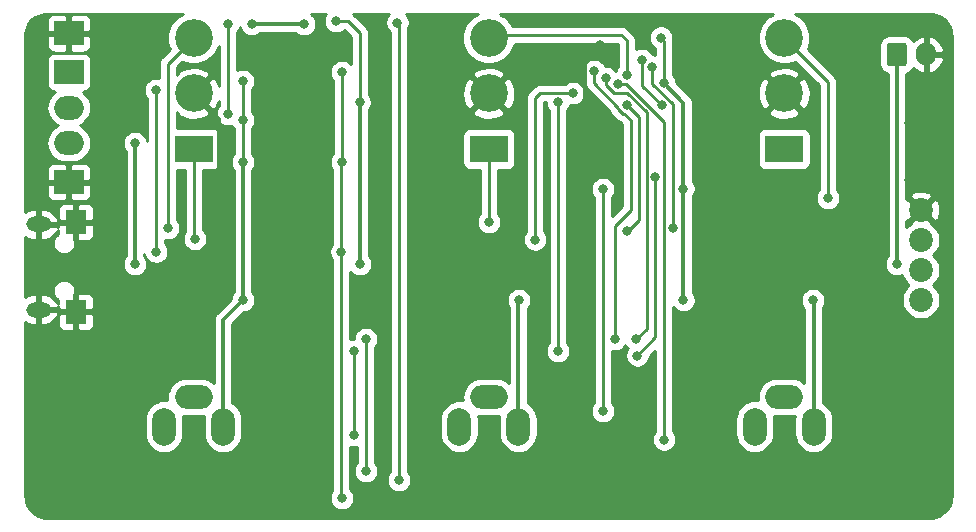
<source format=gbr>
G04 #@! TF.GenerationSoftware,KiCad,Pcbnew,(5.1.9-0-10_14)*
G04 #@! TF.CreationDate,2021-03-02T11:33:06+01:00*
G04 #@! TF.ProjectId,ledTruck,6c656454-7275-4636-9b2e-6b696361645f,rev?*
G04 #@! TF.SameCoordinates,Original*
G04 #@! TF.FileFunction,Copper,L2,Bot*
G04 #@! TF.FilePolarity,Positive*
%FSLAX46Y46*%
G04 Gerber Fmt 4.6, Leading zero omitted, Abs format (unit mm)*
G04 Created by KiCad (PCBNEW (5.1.9-0-10_14)) date 2021-03-02 11:33:06*
%MOMM*%
%LPD*%
G01*
G04 APERTURE LIST*
G04 #@! TA.AperFunction,ComponentPad*
%ADD10R,2.500000X2.000000*%
G04 #@! TD*
G04 #@! TA.AperFunction,ComponentPad*
%ADD11O,2.500000X2.000000*%
G04 #@! TD*
G04 #@! TA.AperFunction,ComponentPad*
%ADD12C,0.200000*%
G04 #@! TD*
G04 #@! TA.AperFunction,ComponentPad*
%ADD13O,2.000000X3.200000*%
G04 #@! TD*
G04 #@! TA.AperFunction,ComponentPad*
%ADD14O,3.200000X2.000000*%
G04 #@! TD*
G04 #@! TA.AperFunction,ComponentPad*
%ADD15O,1.700000X2.000000*%
G04 #@! TD*
G04 #@! TA.AperFunction,ComponentPad*
%ADD16C,2.020000*%
G04 #@! TD*
G04 #@! TA.AperFunction,ComponentPad*
%ADD17O,2.150000X1.300000*%
G04 #@! TD*
G04 #@! TA.AperFunction,ComponentPad*
%ADD18R,1.800000X2.000000*%
G04 #@! TD*
G04 #@! TA.AperFunction,ComponentPad*
%ADD19C,3.200000*%
G04 #@! TD*
G04 #@! TA.AperFunction,ComponentPad*
%ADD20R,3.200000X2.300000*%
G04 #@! TD*
G04 #@! TA.AperFunction,ViaPad*
%ADD21C,0.800000*%
G04 #@! TD*
G04 #@! TA.AperFunction,Conductor*
%ADD22C,0.250000*%
G04 #@! TD*
G04 #@! TA.AperFunction,Conductor*
%ADD23C,0.304800*%
G04 #@! TD*
G04 #@! TA.AperFunction,Conductor*
%ADD24C,0.254000*%
G04 #@! TD*
G04 #@! TA.AperFunction,Conductor*
%ADD25C,0.100000*%
G04 #@! TD*
G04 APERTURE END LIST*
D10*
X109474000Y-88812000D03*
X109474000Y-76212000D03*
D11*
X109474000Y-85512000D03*
X109474000Y-82512000D03*
D10*
X109474000Y-79512000D03*
D12*
X155190000Y-83962000D03*
X155190000Y-84962000D03*
X155190000Y-85962000D03*
X154190000Y-83962000D03*
X154190000Y-84962000D03*
X154190000Y-85962000D03*
X153190000Y-83962000D03*
X153190000Y-84962000D03*
X153190000Y-85962000D03*
D13*
X172534000Y-109512000D03*
X167534000Y-109512000D03*
D14*
X170034000Y-107012000D03*
D13*
X147534000Y-109512000D03*
X142534000Y-109512000D03*
D14*
X145034000Y-107012000D03*
D13*
X122534000Y-109512000D03*
X117534000Y-109512000D03*
D14*
X120034000Y-107012000D03*
D15*
X182078000Y-78012000D03*
G04 #@! TA.AperFunction,ComponentPad*
G36*
G01*
X178728000Y-78762000D02*
X178728000Y-77262000D01*
G75*
G02*
X178978000Y-77012000I250000J0D01*
G01*
X180178000Y-77012000D01*
G75*
G02*
X180428000Y-77262000I0J-250000D01*
G01*
X180428000Y-78762000D01*
G75*
G02*
X180178000Y-79012000I-250000J0D01*
G01*
X178978000Y-79012000D01*
G75*
G02*
X178728000Y-78762000I0J250000D01*
G01*
G37*
G04 #@! TD.AperFunction*
D16*
X181620160Y-91183460D03*
X181620160Y-93723460D03*
X181620160Y-96263460D03*
X181620160Y-98803460D03*
D17*
X106921300Y-99604380D03*
D18*
X110081300Y-99804380D03*
D17*
X106921300Y-92404380D03*
D18*
X110081300Y-92204380D03*
D19*
X120034000Y-76612000D03*
X120034000Y-81312000D03*
D20*
X120034000Y-86012000D03*
D19*
X145034000Y-76612000D03*
X145034000Y-81312000D03*
D20*
X145034000Y-86012000D03*
D19*
X170034000Y-76612000D03*
X170034000Y-81312000D03*
D20*
X170034000Y-86012000D03*
D21*
X130810000Y-76708000D03*
X130810000Y-87122000D03*
X130810000Y-83566000D03*
X130778000Y-81312000D03*
X138684000Y-87122000D03*
X138684000Y-83566000D03*
X166624000Y-88138000D03*
X126746000Y-110236000D03*
X124714000Y-112014000D03*
X129032000Y-108204000D03*
X156718000Y-116332000D03*
X180848000Y-116332000D03*
X180848000Y-106426000D03*
X180594000Y-83820000D03*
X140716000Y-75438000D03*
X114808000Y-75438000D03*
X135382000Y-116332000D03*
X113284000Y-110998000D03*
X117094000Y-100076000D03*
X127508000Y-90170000D03*
X127508000Y-101600000D03*
X140716000Y-89916000D03*
X143002000Y-97282000D03*
X169164000Y-97536000D03*
X169164000Y-93726000D03*
X166116000Y-77724000D03*
X113284000Y-105156000D03*
X140716000Y-105918000D03*
X145288000Y-116332000D03*
X168148000Y-116332000D03*
X180848000Y-110998000D03*
X180848000Y-102362000D03*
X180594000Y-88646000D03*
X149606000Y-97282000D03*
X127508000Y-97282000D03*
X150621996Y-78486000D03*
X138684000Y-81280002D03*
X122174000Y-97282000D03*
X166624000Y-81280000D03*
X154432002Y-77215998D03*
X132558000Y-94712000D03*
X132588000Y-87122000D03*
X116840008Y-81026000D03*
X116870000Y-94712000D03*
X132588002Y-115570000D03*
X132588006Y-79502000D03*
X124206000Y-80264000D03*
X124206000Y-87122000D03*
X124206000Y-83566000D03*
X172466000Y-98806004D03*
X161504002Y-98806000D03*
X147574000Y-98806000D03*
X124206002Y-98806000D03*
X159851940Y-80426980D03*
X159608520Y-76588620D03*
X161508442Y-89372440D03*
X132080000Y-75184000D03*
X134112000Y-95758000D03*
X115062000Y-95758000D03*
X115062000Y-85512000D03*
X134098500Y-82055500D03*
X179578000Y-95757986D03*
X157988000Y-78486000D03*
X159661860Y-82331560D03*
X133604000Y-103124000D03*
X133604000Y-110236000D03*
X150876000Y-82042000D03*
X150876001Y-103124001D03*
X157606995Y-103505003D03*
X159139730Y-88392000D03*
X154686000Y-89408000D03*
X154686000Y-108204000D03*
X134620000Y-113284000D03*
X134620000Y-102108000D03*
X153943465Y-79418681D03*
X155702006Y-102108000D03*
X157480002Y-102108000D03*
X154940000Y-80010000D03*
X155955998Y-80518000D03*
X159867600Y-110611920D03*
X137414004Y-114046000D03*
X137287001Y-75311001D03*
X156718000Y-82296000D03*
X117856000Y-92710004D03*
X156739430Y-92964000D03*
X152146000Y-81280000D03*
X120142000Y-93618000D03*
X148951994Y-93689010D03*
X156718583Y-79763704D03*
X145034000Y-92202000D03*
X158877754Y-79031499D03*
X160589742Y-92709994D03*
X173736000Y-90169992D03*
X122931999Y-83062001D03*
X122931999Y-75442001D03*
X124943679Y-75442001D03*
X129399999Y-75442001D03*
D22*
X130810000Y-76708000D02*
X130810000Y-87122000D01*
D23*
X166624000Y-88138000D02*
X166624000Y-81534000D01*
X153190000Y-78486000D02*
X153190000Y-83962000D01*
X153190000Y-83962000D02*
X153190000Y-85962000D01*
X155190000Y-85962000D02*
X153190000Y-85962000D01*
X154190000Y-84962000D02*
X154190000Y-85962000D01*
X155190000Y-85962000D02*
X155190000Y-84962000D01*
X155190000Y-84962000D02*
X153190000Y-84962000D01*
X153190000Y-83962000D02*
X155190000Y-83962000D01*
X155190000Y-83962000D02*
X155190000Y-84962000D01*
X154190000Y-84962000D02*
X154190000Y-83962000D01*
X153190000Y-78486000D02*
X150621996Y-78486000D01*
D22*
X138684000Y-87122000D02*
X138684000Y-81280002D01*
D23*
X122174000Y-83452000D02*
X122174000Y-97282000D01*
X120034000Y-81312000D02*
X122174000Y-83452000D01*
X166624000Y-81534000D02*
X166624000Y-81280000D01*
X170002000Y-81280000D02*
X170034000Y-81312000D01*
X166624000Y-81534000D02*
X166878000Y-81280000D01*
X153190000Y-78458000D02*
X154432002Y-77215998D01*
X153190000Y-78486000D02*
X153190000Y-78458000D01*
D22*
X132558000Y-94712000D02*
X132558000Y-87152000D01*
X116840008Y-94682008D02*
X116870000Y-94712000D01*
X116840008Y-81026000D02*
X116840008Y-94682008D01*
X132558000Y-94712000D02*
X132558000Y-115539998D01*
X132558000Y-115539998D02*
X132588002Y-115570000D01*
X132588000Y-87122000D02*
X132588000Y-79502006D01*
X132588000Y-79502006D02*
X132588006Y-79502000D01*
X124206000Y-87376000D02*
X124206000Y-87122000D01*
X124206000Y-80264000D02*
X124206000Y-87122000D01*
D23*
X172534000Y-109512000D02*
X172534000Y-98874004D01*
X172534000Y-98874004D02*
X172466000Y-98806004D01*
X147534000Y-98846000D02*
X147574000Y-98806000D01*
X147534000Y-109512000D02*
X147534000Y-98846000D01*
X124205999Y-98805997D02*
X124206002Y-98806000D01*
X124206000Y-87122000D02*
X124205999Y-98805997D01*
D22*
X159851940Y-76832040D02*
X159608520Y-76588620D01*
X159851940Y-80426980D02*
X159851940Y-76832040D01*
D23*
X159851940Y-80426980D02*
X161508442Y-82083482D01*
X161508442Y-82083482D02*
X161508442Y-89372440D01*
X161504002Y-98806000D02*
X161504002Y-89376880D01*
X161504002Y-89376880D02*
X161508442Y-89372440D01*
X122534000Y-100478002D02*
X124206002Y-98806000D01*
X122534000Y-109512000D02*
X122534000Y-100478002D01*
X115062000Y-95758000D02*
X115062000Y-85512000D01*
X134112000Y-95758000D02*
X134112000Y-82069000D01*
X134112000Y-82069000D02*
X134098500Y-82055500D01*
D22*
X134098500Y-76186500D02*
X134098500Y-82055500D01*
X133096000Y-75184000D02*
X134098500Y-76186500D01*
X132080000Y-75184000D02*
X133096000Y-75184000D01*
D23*
X179578000Y-78012000D02*
X179578000Y-95757986D01*
D22*
X157988000Y-80657700D02*
X159661860Y-82331560D01*
X157988000Y-78486000D02*
X157988000Y-80657700D01*
X133604000Y-103124000D02*
X133604000Y-110236000D01*
X150876001Y-82607686D02*
X150876001Y-103124001D01*
X150876000Y-82042000D02*
X150876001Y-82607686D01*
X159138620Y-88393110D02*
X159139730Y-88392000D01*
X159138620Y-101973378D02*
X159138620Y-88393110D01*
X157606995Y-103505003D02*
X159138620Y-101973378D01*
X154686000Y-89408000D02*
X154686000Y-89973685D01*
X154686000Y-89973685D02*
X154686000Y-108204000D01*
X134620000Y-113284000D02*
X134620000Y-102362000D01*
X134620000Y-102362000D02*
X134620000Y-102108000D01*
X155707080Y-102102926D02*
X155702006Y-102108000D01*
X157030420Y-91178380D02*
X155707080Y-92501720D01*
X156495588Y-83021001D02*
X157030420Y-83555833D01*
X155992999Y-82644001D02*
X156369999Y-83021001D01*
X153943465Y-80468878D02*
X155992999Y-82518412D01*
X157030420Y-83555833D02*
X157030420Y-91178380D01*
X156369999Y-83021001D02*
X156495588Y-83021001D01*
X155707080Y-92501720D02*
X155707080Y-102102926D01*
X155992999Y-82518412D02*
X155992999Y-82644001D01*
X153943465Y-79418681D02*
X153943465Y-80468878D01*
X154940000Y-80575685D02*
X154940000Y-80010000D01*
X155607316Y-81243001D02*
X154940000Y-80575685D01*
X158414720Y-82910957D02*
X156746764Y-81243001D01*
X158414720Y-101221540D02*
X158414720Y-82910957D01*
X157528260Y-102108000D02*
X158414720Y-101221540D01*
X157480002Y-102108000D02*
X157528260Y-102108000D01*
X156746764Y-81243001D02*
X155607316Y-81243001D01*
X159864732Y-110609052D02*
X159867600Y-110611920D01*
X156658174Y-80518000D02*
X159864732Y-83724558D01*
X155955998Y-80518000D02*
X156658174Y-80518000D01*
X159864732Y-83724558D02*
X159864732Y-110609052D01*
X137414004Y-114046000D02*
X137414004Y-75438004D01*
X137414004Y-75438004D02*
X137287001Y-75311001D01*
X117856000Y-78790000D02*
X117856000Y-92710004D01*
X120034000Y-76612000D02*
X117856000Y-78790000D01*
X156806900Y-92964000D02*
X156739430Y-92964000D01*
X157767020Y-92003880D02*
X156806900Y-92964000D01*
X157767020Y-83345014D02*
X157767020Y-92003880D01*
X156718000Y-82295994D02*
X157767020Y-83345014D01*
X120034000Y-93510000D02*
X120142000Y-93618000D01*
X120034000Y-86012000D02*
X120034000Y-93510000D01*
X148951994Y-81680006D02*
X148951994Y-93689010D01*
X152146000Y-81280000D02*
X149352000Y-81280000D01*
X149352000Y-81280000D02*
X148951994Y-81680006D01*
X156712920Y-76819760D02*
X156712920Y-79758041D01*
X156227780Y-76334620D02*
X156712920Y-76819760D01*
X156712920Y-79758041D02*
X156718583Y-79763704D01*
X145311380Y-76334620D02*
X156227780Y-76334620D01*
X145034000Y-76612000D02*
X145311380Y-76334620D01*
X145034000Y-86012000D02*
X145034000Y-92202000D01*
X158877754Y-79031499D02*
X158877754Y-80478114D01*
X160589742Y-82190102D02*
X160589742Y-92144309D01*
X158877754Y-80478114D02*
X160589742Y-82190102D01*
X160589742Y-92144309D02*
X160589742Y-92709994D01*
X170034000Y-76612000D02*
X173736000Y-80314000D01*
X173736000Y-80314000D02*
X173736000Y-90169992D01*
X122931999Y-83062001D02*
X122931999Y-75442001D01*
D23*
X124943679Y-75442001D02*
X129399999Y-75442001D01*
D24*
X119130209Y-74567216D02*
X118975331Y-74631369D01*
X118609271Y-74875962D01*
X118297962Y-75187271D01*
X118053369Y-75553331D01*
X117884890Y-75960075D01*
X117799000Y-76391872D01*
X117799000Y-76832128D01*
X117884890Y-77263925D01*
X118008603Y-77562595D01*
X117345003Y-78226196D01*
X117315999Y-78249999D01*
X117289330Y-78282496D01*
X117221026Y-78365724D01*
X117153798Y-78491498D01*
X117150454Y-78497754D01*
X117106997Y-78641015D01*
X117096000Y-78752668D01*
X117096000Y-78752678D01*
X117092324Y-78790000D01*
X117096000Y-78827322D01*
X117096000Y-80021643D01*
X116941947Y-79991000D01*
X116738069Y-79991000D01*
X116538110Y-80030774D01*
X116349752Y-80108795D01*
X116180234Y-80222063D01*
X116036071Y-80366226D01*
X115922803Y-80535744D01*
X115844782Y-80724102D01*
X115805008Y-80924061D01*
X115805008Y-81127939D01*
X115844782Y-81327898D01*
X115922803Y-81516256D01*
X116036071Y-81685774D01*
X116080008Y-81729711D01*
X116080008Y-85324637D01*
X116057226Y-85210102D01*
X115979205Y-85021744D01*
X115865937Y-84852226D01*
X115721774Y-84708063D01*
X115552256Y-84594795D01*
X115363898Y-84516774D01*
X115163939Y-84477000D01*
X114960061Y-84477000D01*
X114760102Y-84516774D01*
X114571744Y-84594795D01*
X114402226Y-84708063D01*
X114258063Y-84852226D01*
X114144795Y-85021744D01*
X114066774Y-85210102D01*
X114027000Y-85410061D01*
X114027000Y-85613939D01*
X114066774Y-85813898D01*
X114144795Y-86002256D01*
X114258063Y-86171774D01*
X114274601Y-86188312D01*
X114274600Y-95081689D01*
X114258063Y-95098226D01*
X114144795Y-95267744D01*
X114066774Y-95456102D01*
X114027000Y-95656061D01*
X114027000Y-95859939D01*
X114066774Y-96059898D01*
X114144795Y-96248256D01*
X114258063Y-96417774D01*
X114402226Y-96561937D01*
X114571744Y-96675205D01*
X114760102Y-96753226D01*
X114960061Y-96793000D01*
X115163939Y-96793000D01*
X115363898Y-96753226D01*
X115552256Y-96675205D01*
X115721774Y-96561937D01*
X115865937Y-96417774D01*
X115979205Y-96248256D01*
X116057226Y-96059898D01*
X116097000Y-95859939D01*
X116097000Y-95656061D01*
X116057226Y-95456102D01*
X115979205Y-95267744D01*
X115865937Y-95098226D01*
X115849400Y-95081689D01*
X115849400Y-94886333D01*
X115874774Y-95013898D01*
X115952795Y-95202256D01*
X116066063Y-95371774D01*
X116210226Y-95515937D01*
X116379744Y-95629205D01*
X116568102Y-95707226D01*
X116768061Y-95747000D01*
X116971939Y-95747000D01*
X117171898Y-95707226D01*
X117360256Y-95629205D01*
X117529774Y-95515937D01*
X117673937Y-95371774D01*
X117787205Y-95202256D01*
X117865226Y-95013898D01*
X117905000Y-94813939D01*
X117905000Y-94610061D01*
X117865226Y-94410102D01*
X117787205Y-94221744D01*
X117673937Y-94052226D01*
X117600008Y-93978297D01*
X117600008Y-93714361D01*
X117754061Y-93745004D01*
X117957939Y-93745004D01*
X118157898Y-93705230D01*
X118346256Y-93627209D01*
X118515774Y-93513941D01*
X118659937Y-93369778D01*
X118773205Y-93200260D01*
X118851226Y-93011902D01*
X118891000Y-92811943D01*
X118891000Y-92608065D01*
X118851226Y-92408106D01*
X118773205Y-92219748D01*
X118659937Y-92050230D01*
X118616000Y-92006293D01*
X118616000Y-87800072D01*
X119274000Y-87800072D01*
X119274001Y-93054102D01*
X119224795Y-93127744D01*
X119146774Y-93316102D01*
X119107000Y-93516061D01*
X119107000Y-93719939D01*
X119146774Y-93919898D01*
X119224795Y-94108256D01*
X119338063Y-94277774D01*
X119482226Y-94421937D01*
X119651744Y-94535205D01*
X119840102Y-94613226D01*
X120040061Y-94653000D01*
X120243939Y-94653000D01*
X120443898Y-94613226D01*
X120632256Y-94535205D01*
X120801774Y-94421937D01*
X120945937Y-94277774D01*
X121059205Y-94108256D01*
X121137226Y-93919898D01*
X121177000Y-93719939D01*
X121177000Y-93516061D01*
X121137226Y-93316102D01*
X121059205Y-93127744D01*
X120945937Y-92958226D01*
X120801774Y-92814063D01*
X120794000Y-92808869D01*
X120794000Y-87800072D01*
X121634000Y-87800072D01*
X121758482Y-87787812D01*
X121878180Y-87751502D01*
X121988494Y-87692537D01*
X122085185Y-87613185D01*
X122164537Y-87516494D01*
X122223502Y-87406180D01*
X122259812Y-87286482D01*
X122272072Y-87162000D01*
X122272072Y-84862000D01*
X122259812Y-84737518D01*
X122223502Y-84617820D01*
X122164537Y-84507506D01*
X122085185Y-84410815D01*
X121988494Y-84331463D01*
X121878180Y-84272498D01*
X121758482Y-84236188D01*
X121634000Y-84223928D01*
X118616000Y-84223928D01*
X118616000Y-82909608D01*
X118650762Y-82874846D01*
X118818802Y-83200643D01*
X119210607Y-83401426D01*
X119634055Y-83521914D01*
X120072873Y-83557476D01*
X120510197Y-83506746D01*
X120929221Y-83371674D01*
X121249198Y-83200643D01*
X121417239Y-82874845D01*
X120034000Y-81491605D01*
X120019858Y-81505748D01*
X119840252Y-81326142D01*
X119854395Y-81312000D01*
X119840252Y-81297858D01*
X120019858Y-81118252D01*
X120034000Y-81132395D01*
X121417239Y-79749155D01*
X121249198Y-79423357D01*
X120857393Y-79222574D01*
X120433945Y-79102086D01*
X119995127Y-79066524D01*
X119557803Y-79117254D01*
X119138779Y-79252326D01*
X118818802Y-79423357D01*
X118650762Y-79749154D01*
X118616000Y-79714392D01*
X118616000Y-79104801D01*
X119083405Y-78637397D01*
X119382075Y-78761110D01*
X119813872Y-78847000D01*
X120254128Y-78847000D01*
X120685925Y-78761110D01*
X121092669Y-78592631D01*
X121458729Y-78348038D01*
X121770038Y-78036729D01*
X122014631Y-77670669D01*
X122172000Y-77290747D01*
X122171999Y-80659762D01*
X122093674Y-80416779D01*
X121922643Y-80096802D01*
X121596845Y-79928761D01*
X120213605Y-81312000D01*
X121596845Y-82695239D01*
X121922643Y-82527198D01*
X122123426Y-82135393D01*
X122171999Y-81964686D01*
X122171999Y-82358290D01*
X122128062Y-82402227D01*
X122014794Y-82571745D01*
X121936773Y-82760103D01*
X121896999Y-82960062D01*
X121896999Y-83163940D01*
X121936773Y-83363899D01*
X122014794Y-83552257D01*
X122128062Y-83721775D01*
X122272225Y-83865938D01*
X122441743Y-83979206D01*
X122630101Y-84057227D01*
X122830060Y-84097001D01*
X123033938Y-84097001D01*
X123233897Y-84057227D01*
X123281099Y-84037675D01*
X123288795Y-84056256D01*
X123402063Y-84225774D01*
X123446001Y-84269712D01*
X123446001Y-86418288D01*
X123402063Y-86462226D01*
X123288795Y-86631744D01*
X123210774Y-86820102D01*
X123171000Y-87020061D01*
X123171000Y-87223939D01*
X123210774Y-87423898D01*
X123288795Y-87612256D01*
X123402063Y-87781774D01*
X123418601Y-87798312D01*
X123418599Y-98129692D01*
X123402065Y-98146226D01*
X123288797Y-98315744D01*
X123210776Y-98504102D01*
X123171002Y-98704061D01*
X123171002Y-98727449D01*
X122004573Y-99893879D01*
X121974532Y-99918533D01*
X121949879Y-99948573D01*
X121876135Y-100038430D01*
X121803018Y-100175220D01*
X121757995Y-100323645D01*
X121742792Y-100478002D01*
X121746601Y-100516675D01*
X121746600Y-105809980D01*
X121546752Y-105645969D01*
X121262715Y-105494148D01*
X120954516Y-105400657D01*
X120714322Y-105377000D01*
X119353678Y-105377000D01*
X119113484Y-105400657D01*
X118805285Y-105494148D01*
X118521248Y-105645969D01*
X118272286Y-105850286D01*
X118067969Y-106099248D01*
X117916148Y-106383285D01*
X117822657Y-106691484D01*
X117791089Y-107012000D01*
X117819176Y-107297176D01*
X117534000Y-107269089D01*
X117213484Y-107300657D01*
X116905285Y-107394148D01*
X116621248Y-107545969D01*
X116372286Y-107750286D01*
X116167969Y-107999249D01*
X116016148Y-108283286D01*
X115922657Y-108591485D01*
X115899000Y-108831679D01*
X115899000Y-110192322D01*
X115922657Y-110432516D01*
X116016148Y-110740715D01*
X116167970Y-111024752D01*
X116372287Y-111273714D01*
X116621249Y-111478031D01*
X116905286Y-111629852D01*
X117213485Y-111723343D01*
X117534000Y-111754911D01*
X117854516Y-111723343D01*
X118162715Y-111629852D01*
X118446752Y-111478031D01*
X118695714Y-111273714D01*
X118900031Y-111024752D01*
X119051852Y-110740715D01*
X119145343Y-110432516D01*
X119169000Y-110192322D01*
X119169000Y-108831678D01*
X119148824Y-108626824D01*
X119353678Y-108647000D01*
X120714322Y-108647000D01*
X120919176Y-108626824D01*
X120899000Y-108831679D01*
X120899000Y-110192322D01*
X120922657Y-110432516D01*
X121016148Y-110740715D01*
X121167970Y-111024752D01*
X121372287Y-111273714D01*
X121621249Y-111478031D01*
X121905286Y-111629852D01*
X122213485Y-111723343D01*
X122534000Y-111754911D01*
X122854516Y-111723343D01*
X123162715Y-111629852D01*
X123446752Y-111478031D01*
X123695714Y-111273714D01*
X123900031Y-111024752D01*
X124051852Y-110740715D01*
X124145343Y-110432516D01*
X124169000Y-110192322D01*
X124169000Y-108831678D01*
X124145343Y-108591484D01*
X124051852Y-108283285D01*
X123900031Y-107999248D01*
X123695714Y-107750286D01*
X123446751Y-107545969D01*
X123321400Y-107478967D01*
X123321400Y-100804152D01*
X124284553Y-99841000D01*
X124307941Y-99841000D01*
X124507900Y-99801226D01*
X124696258Y-99723205D01*
X124865776Y-99609937D01*
X125009939Y-99465774D01*
X125123207Y-99296256D01*
X125201228Y-99107898D01*
X125241002Y-98907939D01*
X125241002Y-98704061D01*
X125201228Y-98504102D01*
X125123207Y-98315744D01*
X125009939Y-98146226D01*
X124993398Y-98129685D01*
X124993400Y-87798311D01*
X125009937Y-87781774D01*
X125123205Y-87612256D01*
X125201226Y-87423898D01*
X125241000Y-87223939D01*
X125241000Y-87020061D01*
X125201226Y-86820102D01*
X125123205Y-86631744D01*
X125009937Y-86462226D01*
X124966000Y-86418289D01*
X124966000Y-84269711D01*
X125009937Y-84225774D01*
X125123205Y-84056256D01*
X125201226Y-83867898D01*
X125241000Y-83667939D01*
X125241000Y-83464061D01*
X125201226Y-83264102D01*
X125123205Y-83075744D01*
X125009937Y-82906226D01*
X124966000Y-82862289D01*
X124966000Y-80967711D01*
X125009937Y-80923774D01*
X125123205Y-80754256D01*
X125201226Y-80565898D01*
X125241000Y-80365939D01*
X125241000Y-80162061D01*
X125201226Y-79962102D01*
X125123205Y-79773744D01*
X125009937Y-79604226D01*
X124865774Y-79460063D01*
X124696256Y-79346795D01*
X124507898Y-79268774D01*
X124307939Y-79229000D01*
X124104061Y-79229000D01*
X123904102Y-79268774D01*
X123715744Y-79346795D01*
X123691999Y-79362661D01*
X123691999Y-76145712D01*
X123735936Y-76101775D01*
X123849204Y-75932257D01*
X123927225Y-75743899D01*
X123937839Y-75690538D01*
X123948453Y-75743899D01*
X124026474Y-75932257D01*
X124139742Y-76101775D01*
X124283905Y-76245938D01*
X124453423Y-76359206D01*
X124641781Y-76437227D01*
X124841740Y-76477001D01*
X125045618Y-76477001D01*
X125245577Y-76437227D01*
X125433935Y-76359206D01*
X125603453Y-76245938D01*
X125619990Y-76229401D01*
X128723688Y-76229401D01*
X128740225Y-76245938D01*
X128909743Y-76359206D01*
X129098101Y-76437227D01*
X129298060Y-76477001D01*
X129501938Y-76477001D01*
X129701897Y-76437227D01*
X129890255Y-76359206D01*
X130059773Y-76245938D01*
X130203936Y-76101775D01*
X130317204Y-75932257D01*
X130395225Y-75743899D01*
X130434999Y-75543940D01*
X130434999Y-75340062D01*
X130395225Y-75140103D01*
X130317204Y-74951745D01*
X130203936Y-74782227D01*
X130059773Y-74638064D01*
X129954264Y-74567565D01*
X131247077Y-74567607D01*
X131162795Y-74693744D01*
X131084774Y-74882102D01*
X131045000Y-75082061D01*
X131045000Y-75285939D01*
X131084774Y-75485898D01*
X131162795Y-75674256D01*
X131276063Y-75843774D01*
X131420226Y-75987937D01*
X131589744Y-76101205D01*
X131778102Y-76179226D01*
X131978061Y-76219000D01*
X132181939Y-76219000D01*
X132381898Y-76179226D01*
X132570256Y-76101205D01*
X132739774Y-75987937D01*
X132782455Y-75945256D01*
X133338500Y-76501302D01*
X133338500Y-78788783D01*
X133247780Y-78698063D01*
X133078262Y-78584795D01*
X132889904Y-78506774D01*
X132689945Y-78467000D01*
X132486067Y-78467000D01*
X132286108Y-78506774D01*
X132097750Y-78584795D01*
X131928232Y-78698063D01*
X131784069Y-78842226D01*
X131670801Y-79011744D01*
X131592780Y-79200102D01*
X131553006Y-79400061D01*
X131553006Y-79603939D01*
X131592780Y-79803898D01*
X131670801Y-79992256D01*
X131784069Y-80161774D01*
X131828001Y-80205706D01*
X131828000Y-86418289D01*
X131784063Y-86462226D01*
X131670795Y-86631744D01*
X131592774Y-86820102D01*
X131553000Y-87020061D01*
X131553000Y-87223939D01*
X131592774Y-87423898D01*
X131670795Y-87612256D01*
X131784063Y-87781774D01*
X131798001Y-87795712D01*
X131798000Y-94008289D01*
X131754063Y-94052226D01*
X131640795Y-94221744D01*
X131562774Y-94410102D01*
X131523000Y-94610061D01*
X131523000Y-94813939D01*
X131562774Y-95013898D01*
X131640795Y-95202256D01*
X131754063Y-95371774D01*
X131798000Y-95415711D01*
X131798001Y-114896290D01*
X131784065Y-114910226D01*
X131670797Y-115079744D01*
X131592776Y-115268102D01*
X131553002Y-115468061D01*
X131553002Y-115671939D01*
X131592776Y-115871898D01*
X131670797Y-116060256D01*
X131784065Y-116229774D01*
X131928228Y-116373937D01*
X132097746Y-116487205D01*
X132286104Y-116565226D01*
X132486063Y-116605000D01*
X132689941Y-116605000D01*
X132889900Y-116565226D01*
X133078258Y-116487205D01*
X133247776Y-116373937D01*
X133391939Y-116229774D01*
X133505207Y-116060256D01*
X133583228Y-115871898D01*
X133623002Y-115671939D01*
X133623002Y-115468061D01*
X133583228Y-115268102D01*
X133505207Y-115079744D01*
X133391939Y-114910226D01*
X133318000Y-114836287D01*
X133318000Y-111234388D01*
X133502061Y-111271000D01*
X133705939Y-111271000D01*
X133860000Y-111240356D01*
X133860000Y-112580289D01*
X133816063Y-112624226D01*
X133702795Y-112793744D01*
X133624774Y-112982102D01*
X133585000Y-113182061D01*
X133585000Y-113385939D01*
X133624774Y-113585898D01*
X133702795Y-113774256D01*
X133816063Y-113943774D01*
X133960226Y-114087937D01*
X134129744Y-114201205D01*
X134318102Y-114279226D01*
X134518061Y-114319000D01*
X134721939Y-114319000D01*
X134921898Y-114279226D01*
X135110256Y-114201205D01*
X135279774Y-114087937D01*
X135423937Y-113943774D01*
X135537205Y-113774256D01*
X135615226Y-113585898D01*
X135655000Y-113385939D01*
X135655000Y-113182061D01*
X135615226Y-112982102D01*
X135537205Y-112793744D01*
X135423937Y-112624226D01*
X135380000Y-112580289D01*
X135380000Y-102811711D01*
X135423937Y-102767774D01*
X135537205Y-102598256D01*
X135615226Y-102409898D01*
X135655000Y-102209939D01*
X135655000Y-102006061D01*
X135615226Y-101806102D01*
X135537205Y-101617744D01*
X135423937Y-101448226D01*
X135279774Y-101304063D01*
X135110256Y-101190795D01*
X134921898Y-101112774D01*
X134721939Y-101073000D01*
X134518061Y-101073000D01*
X134318102Y-101112774D01*
X134129744Y-101190795D01*
X133960226Y-101304063D01*
X133816063Y-101448226D01*
X133702795Y-101617744D01*
X133624774Y-101806102D01*
X133585000Y-102006061D01*
X133585000Y-102089000D01*
X133502061Y-102089000D01*
X133318000Y-102125612D01*
X133318000Y-96427711D01*
X133452226Y-96561937D01*
X133621744Y-96675205D01*
X133810102Y-96753226D01*
X134010061Y-96793000D01*
X134213939Y-96793000D01*
X134413898Y-96753226D01*
X134602256Y-96675205D01*
X134771774Y-96561937D01*
X134915937Y-96417774D01*
X135029205Y-96248256D01*
X135107226Y-96059898D01*
X135147000Y-95859939D01*
X135147000Y-95656061D01*
X135107226Y-95456102D01*
X135029205Y-95267744D01*
X134915937Y-95098226D01*
X134899400Y-95081689D01*
X134899400Y-82718311D01*
X134902437Y-82715274D01*
X135015705Y-82545756D01*
X135093726Y-82357398D01*
X135133500Y-82157439D01*
X135133500Y-81953561D01*
X135093726Y-81753602D01*
X135015705Y-81565244D01*
X134902437Y-81395726D01*
X134858500Y-81351789D01*
X134858500Y-76223822D01*
X134862176Y-76186499D01*
X134858500Y-76149176D01*
X134858500Y-76149167D01*
X134847503Y-76037514D01*
X134804046Y-75894253D01*
X134745479Y-75784683D01*
X134733474Y-75762223D01*
X134662299Y-75675497D01*
X134638501Y-75646499D01*
X134609504Y-75622702D01*
X133659804Y-74673002D01*
X133636001Y-74643999D01*
X133543007Y-74567681D01*
X136566512Y-74567779D01*
X136483064Y-74651227D01*
X136369796Y-74820745D01*
X136291775Y-75009103D01*
X136252001Y-75209062D01*
X136252001Y-75412940D01*
X136291775Y-75612899D01*
X136369796Y-75801257D01*
X136483064Y-75970775D01*
X136627227Y-76114938D01*
X136654005Y-76132830D01*
X136654004Y-113342289D01*
X136610067Y-113386226D01*
X136496799Y-113555744D01*
X136418778Y-113744102D01*
X136379004Y-113944061D01*
X136379004Y-114147939D01*
X136418778Y-114347898D01*
X136496799Y-114536256D01*
X136610067Y-114705774D01*
X136754230Y-114849937D01*
X136923748Y-114963205D01*
X137112106Y-115041226D01*
X137312065Y-115081000D01*
X137515943Y-115081000D01*
X137715902Y-115041226D01*
X137904260Y-114963205D01*
X138073778Y-114849937D01*
X138217941Y-114705774D01*
X138331209Y-114536256D01*
X138409230Y-114347898D01*
X138449004Y-114147939D01*
X138449004Y-113944061D01*
X138409230Y-113744102D01*
X138331209Y-113555744D01*
X138217941Y-113386226D01*
X138174004Y-113342289D01*
X138174004Y-108831679D01*
X140899000Y-108831679D01*
X140899000Y-110192322D01*
X140922657Y-110432516D01*
X141016148Y-110740715D01*
X141167970Y-111024752D01*
X141372287Y-111273714D01*
X141621249Y-111478031D01*
X141905286Y-111629852D01*
X142213485Y-111723343D01*
X142534000Y-111754911D01*
X142854516Y-111723343D01*
X143162715Y-111629852D01*
X143446752Y-111478031D01*
X143695714Y-111273714D01*
X143900031Y-111024752D01*
X144051852Y-110740715D01*
X144145343Y-110432516D01*
X144169000Y-110192322D01*
X144169000Y-108831678D01*
X144148824Y-108626824D01*
X144353678Y-108647000D01*
X145714322Y-108647000D01*
X145919176Y-108626824D01*
X145899000Y-108831679D01*
X145899000Y-110192322D01*
X145922657Y-110432516D01*
X146016148Y-110740715D01*
X146167970Y-111024752D01*
X146372287Y-111273714D01*
X146621249Y-111478031D01*
X146905286Y-111629852D01*
X147213485Y-111723343D01*
X147534000Y-111754911D01*
X147854516Y-111723343D01*
X148162715Y-111629852D01*
X148446752Y-111478031D01*
X148695714Y-111273714D01*
X148900031Y-111024752D01*
X149051852Y-110740715D01*
X149145343Y-110432516D01*
X149169000Y-110192322D01*
X149169000Y-108831678D01*
X149145343Y-108591484D01*
X149051852Y-108283285D01*
X148900031Y-107999248D01*
X148695714Y-107750286D01*
X148446751Y-107545969D01*
X148321400Y-107478967D01*
X148321400Y-99522311D01*
X148377937Y-99465774D01*
X148491205Y-99296256D01*
X148569226Y-99107898D01*
X148609000Y-98907939D01*
X148609000Y-98704061D01*
X148569226Y-98504102D01*
X148491205Y-98315744D01*
X148377937Y-98146226D01*
X148233774Y-98002063D01*
X148064256Y-97888795D01*
X147875898Y-97810774D01*
X147675939Y-97771000D01*
X147472061Y-97771000D01*
X147272102Y-97810774D01*
X147083744Y-97888795D01*
X146914226Y-98002063D01*
X146770063Y-98146226D01*
X146656795Y-98315744D01*
X146578774Y-98504102D01*
X146539000Y-98704061D01*
X146539000Y-98907939D01*
X146578774Y-99107898D01*
X146656795Y-99296256D01*
X146746601Y-99430660D01*
X146746600Y-105809980D01*
X146546752Y-105645969D01*
X146262715Y-105494148D01*
X145954516Y-105400657D01*
X145714322Y-105377000D01*
X144353678Y-105377000D01*
X144113484Y-105400657D01*
X143805285Y-105494148D01*
X143521248Y-105645969D01*
X143272286Y-105850286D01*
X143067969Y-106099248D01*
X142916148Y-106383285D01*
X142822657Y-106691484D01*
X142791089Y-107012000D01*
X142819176Y-107297176D01*
X142534000Y-107269089D01*
X142213484Y-107300657D01*
X141905285Y-107394148D01*
X141621248Y-107545969D01*
X141372286Y-107750286D01*
X141167969Y-107999249D01*
X141016148Y-108283286D01*
X140922657Y-108591485D01*
X140899000Y-108831679D01*
X138174004Y-108831679D01*
X138174004Y-93587071D01*
X147916994Y-93587071D01*
X147916994Y-93790949D01*
X147956768Y-93990908D01*
X148034789Y-94179266D01*
X148148057Y-94348784D01*
X148292220Y-94492947D01*
X148461738Y-94606215D01*
X148650096Y-94684236D01*
X148850055Y-94724010D01*
X149053933Y-94724010D01*
X149253892Y-94684236D01*
X149442250Y-94606215D01*
X149611768Y-94492947D01*
X149755931Y-94348784D01*
X149869199Y-94179266D01*
X149947220Y-93990908D01*
X149986994Y-93790949D01*
X149986994Y-93587071D01*
X149947220Y-93387112D01*
X149869199Y-93198754D01*
X149755931Y-93029236D01*
X149711994Y-92985299D01*
X149711994Y-82040000D01*
X149841000Y-82040000D01*
X149841000Y-82143939D01*
X149880774Y-82343898D01*
X149958795Y-82532256D01*
X150072063Y-82701774D01*
X150116001Y-82745712D01*
X150116002Y-102420289D01*
X150072064Y-102464227D01*
X149958796Y-102633745D01*
X149880775Y-102822103D01*
X149841001Y-103022062D01*
X149841001Y-103225940D01*
X149880775Y-103425899D01*
X149958796Y-103614257D01*
X150072064Y-103783775D01*
X150216227Y-103927938D01*
X150385745Y-104041206D01*
X150574103Y-104119227D01*
X150774062Y-104159001D01*
X150977940Y-104159001D01*
X151177899Y-104119227D01*
X151366257Y-104041206D01*
X151535775Y-103927938D01*
X151679938Y-103783775D01*
X151793206Y-103614257D01*
X151871227Y-103425899D01*
X151911001Y-103225940D01*
X151911001Y-103022062D01*
X151871227Y-102822103D01*
X151793206Y-102633745D01*
X151679938Y-102464227D01*
X151636001Y-102420290D01*
X151636001Y-83933004D01*
X152452012Y-83933004D01*
X152460536Y-84077536D01*
X152497093Y-84217627D01*
X152560277Y-84347894D01*
X152592495Y-84396112D01*
X152757229Y-84374917D01*
X152768433Y-84462000D01*
X152757229Y-84549083D01*
X152592495Y-84527888D01*
X152519285Y-84652796D01*
X152471850Y-84789588D01*
X152452012Y-84933004D01*
X152460536Y-85077536D01*
X152497093Y-85217627D01*
X152560277Y-85347894D01*
X152592495Y-85396112D01*
X152757229Y-85374917D01*
X152768433Y-85462000D01*
X152757229Y-85549083D01*
X152592495Y-85527888D01*
X152519285Y-85652796D01*
X152471850Y-85789588D01*
X152452012Y-85933004D01*
X152460536Y-86077536D01*
X152497093Y-86217627D01*
X152560277Y-86347894D01*
X152592495Y-86396112D01*
X152780015Y-86371985D01*
X152755888Y-86559505D01*
X152880796Y-86632715D01*
X153017588Y-86680150D01*
X153161004Y-86699988D01*
X153305536Y-86691464D01*
X153445627Y-86654907D01*
X153575894Y-86591723D01*
X153624112Y-86559505D01*
X153602917Y-86394771D01*
X153690000Y-86383567D01*
X153777083Y-86394771D01*
X153755888Y-86559505D01*
X153880796Y-86632715D01*
X154017588Y-86680150D01*
X154161004Y-86699988D01*
X154305536Y-86691464D01*
X154445627Y-86654907D01*
X154575894Y-86591723D01*
X154624112Y-86559505D01*
X154602917Y-86394771D01*
X154690000Y-86383567D01*
X154777083Y-86394771D01*
X154755888Y-86559505D01*
X154880796Y-86632715D01*
X155017588Y-86680150D01*
X155161004Y-86699988D01*
X155305536Y-86691464D01*
X155445627Y-86654907D01*
X155575894Y-86591723D01*
X155624112Y-86559505D01*
X155599985Y-86371985D01*
X155787505Y-86396112D01*
X155860715Y-86271204D01*
X155908150Y-86134412D01*
X155927988Y-85990996D01*
X155919464Y-85846464D01*
X155882907Y-85706373D01*
X155819723Y-85576106D01*
X155787505Y-85527888D01*
X155622771Y-85549083D01*
X155611567Y-85462000D01*
X155622771Y-85374917D01*
X155787505Y-85396112D01*
X155860715Y-85271204D01*
X155908150Y-85134412D01*
X155927988Y-84990996D01*
X155919464Y-84846464D01*
X155882907Y-84706373D01*
X155819723Y-84576106D01*
X155787505Y-84527888D01*
X155622771Y-84549083D01*
X155611567Y-84462000D01*
X155622771Y-84374917D01*
X155787505Y-84396112D01*
X155860715Y-84271204D01*
X155908150Y-84134412D01*
X155927988Y-83990996D01*
X155919464Y-83846464D01*
X155882907Y-83706373D01*
X155819723Y-83576106D01*
X155787505Y-83527888D01*
X155599985Y-83552015D01*
X155624112Y-83364495D01*
X155499204Y-83291285D01*
X155362412Y-83243850D01*
X155218996Y-83224012D01*
X155074464Y-83232536D01*
X154934373Y-83269093D01*
X154804106Y-83332277D01*
X154755888Y-83364495D01*
X154777083Y-83529229D01*
X154690000Y-83540433D01*
X154602917Y-83529229D01*
X154624112Y-83364495D01*
X154499204Y-83291285D01*
X154362412Y-83243850D01*
X154218996Y-83224012D01*
X154074464Y-83232536D01*
X153934373Y-83269093D01*
X153804106Y-83332277D01*
X153755888Y-83364495D01*
X153777083Y-83529229D01*
X153690000Y-83540433D01*
X153602917Y-83529229D01*
X153624112Y-83364495D01*
X153499204Y-83291285D01*
X153362412Y-83243850D01*
X153218996Y-83224012D01*
X153074464Y-83232536D01*
X152934373Y-83269093D01*
X152804106Y-83332277D01*
X152755888Y-83364495D01*
X152780015Y-83552015D01*
X152592495Y-83527888D01*
X152519285Y-83652796D01*
X152471850Y-83789588D01*
X152452012Y-83933004D01*
X151636001Y-83933004D01*
X151636001Y-82745710D01*
X151679937Y-82701774D01*
X151793205Y-82532256D01*
X151871226Y-82343898D01*
X151883333Y-82283030D01*
X152044061Y-82315000D01*
X152247939Y-82315000D01*
X152447898Y-82275226D01*
X152636256Y-82197205D01*
X152805774Y-82083937D01*
X152949937Y-81939774D01*
X153063205Y-81770256D01*
X153141226Y-81581898D01*
X153181000Y-81381939D01*
X153181000Y-81178061D01*
X153141226Y-80978102D01*
X153063205Y-80789744D01*
X152949937Y-80620226D01*
X152805774Y-80476063D01*
X152636256Y-80362795D01*
X152447898Y-80284774D01*
X152247939Y-80245000D01*
X152044061Y-80245000D01*
X151844102Y-80284774D01*
X151655744Y-80362795D01*
X151486226Y-80476063D01*
X151442289Y-80520000D01*
X149389323Y-80520000D01*
X149352000Y-80516324D01*
X149314677Y-80520000D01*
X149314667Y-80520000D01*
X149203014Y-80530997D01*
X149059753Y-80574454D01*
X148927724Y-80645026D01*
X148811999Y-80739999D01*
X148788196Y-80769003D01*
X148440997Y-81116202D01*
X148411993Y-81140005D01*
X148364644Y-81197701D01*
X148317020Y-81255730D01*
X148266165Y-81350873D01*
X148246448Y-81387760D01*
X148202991Y-81531021D01*
X148191994Y-81642674D01*
X148191994Y-81642684D01*
X148188318Y-81680006D01*
X148191994Y-81717328D01*
X148191995Y-92985298D01*
X148148057Y-93029236D01*
X148034789Y-93198754D01*
X147956768Y-93387112D01*
X147916994Y-93587071D01*
X138174004Y-93587071D01*
X138174004Y-84862000D01*
X142795928Y-84862000D01*
X142795928Y-87162000D01*
X142808188Y-87286482D01*
X142844498Y-87406180D01*
X142903463Y-87516494D01*
X142982815Y-87613185D01*
X143079506Y-87692537D01*
X143189820Y-87751502D01*
X143309518Y-87787812D01*
X143434000Y-87800072D01*
X144274000Y-87800072D01*
X144274001Y-91498288D01*
X144230063Y-91542226D01*
X144116795Y-91711744D01*
X144038774Y-91900102D01*
X143999000Y-92100061D01*
X143999000Y-92303939D01*
X144038774Y-92503898D01*
X144116795Y-92692256D01*
X144230063Y-92861774D01*
X144374226Y-93005937D01*
X144543744Y-93119205D01*
X144732102Y-93197226D01*
X144932061Y-93237000D01*
X145135939Y-93237000D01*
X145335898Y-93197226D01*
X145524256Y-93119205D01*
X145693774Y-93005937D01*
X145837937Y-92861774D01*
X145951205Y-92692256D01*
X146029226Y-92503898D01*
X146069000Y-92303939D01*
X146069000Y-92100061D01*
X146029226Y-91900102D01*
X145951205Y-91711744D01*
X145837937Y-91542226D01*
X145794000Y-91498289D01*
X145794000Y-87800072D01*
X146634000Y-87800072D01*
X146758482Y-87787812D01*
X146878180Y-87751502D01*
X146988494Y-87692537D01*
X147085185Y-87613185D01*
X147164537Y-87516494D01*
X147223502Y-87406180D01*
X147259812Y-87286482D01*
X147272072Y-87162000D01*
X147272072Y-84862000D01*
X147259812Y-84737518D01*
X147223502Y-84617820D01*
X147164537Y-84507506D01*
X147085185Y-84410815D01*
X146988494Y-84331463D01*
X146878180Y-84272498D01*
X146758482Y-84236188D01*
X146634000Y-84223928D01*
X143434000Y-84223928D01*
X143309518Y-84236188D01*
X143189820Y-84272498D01*
X143079506Y-84331463D01*
X142982815Y-84410815D01*
X142903463Y-84507506D01*
X142844498Y-84617820D01*
X142808188Y-84737518D01*
X142795928Y-84862000D01*
X138174004Y-84862000D01*
X138174004Y-82874845D01*
X143650761Y-82874845D01*
X143818802Y-83200643D01*
X144210607Y-83401426D01*
X144634055Y-83521914D01*
X145072873Y-83557476D01*
X145510197Y-83506746D01*
X145929221Y-83371674D01*
X146249198Y-83200643D01*
X146417239Y-82874845D01*
X145034000Y-81491605D01*
X143650761Y-82874845D01*
X138174004Y-82874845D01*
X138174004Y-81350873D01*
X142788524Y-81350873D01*
X142839254Y-81788197D01*
X142974326Y-82207221D01*
X143145357Y-82527198D01*
X143471155Y-82695239D01*
X144854395Y-81312000D01*
X145213605Y-81312000D01*
X146596845Y-82695239D01*
X146922643Y-82527198D01*
X147123426Y-82135393D01*
X147243914Y-81711945D01*
X147279476Y-81273127D01*
X147228746Y-80835803D01*
X147093674Y-80416779D01*
X146922643Y-80096802D01*
X146596845Y-79928761D01*
X145213605Y-81312000D01*
X144854395Y-81312000D01*
X143471155Y-79928761D01*
X143145357Y-80096802D01*
X142944574Y-80488607D01*
X142824086Y-80912055D01*
X142788524Y-81350873D01*
X138174004Y-81350873D01*
X138174004Y-79749155D01*
X143650761Y-79749155D01*
X145034000Y-81132395D01*
X146417239Y-79749155D01*
X146249198Y-79423357D01*
X145857393Y-79222574D01*
X145433945Y-79102086D01*
X144995127Y-79066524D01*
X144557803Y-79117254D01*
X144138779Y-79252326D01*
X143818802Y-79423357D01*
X143650761Y-79749155D01*
X138174004Y-79749155D01*
X138174004Y-75846458D01*
X138204206Y-75801257D01*
X138282227Y-75612899D01*
X138322001Y-75412940D01*
X138322001Y-75209062D01*
X138282227Y-75009103D01*
X138204206Y-74820745D01*
X138090938Y-74651227D01*
X138007536Y-74567825D01*
X144128263Y-74568023D01*
X143975331Y-74631369D01*
X143609271Y-74875962D01*
X143297962Y-75187271D01*
X143053369Y-75553331D01*
X142884890Y-75960075D01*
X142799000Y-76391872D01*
X142799000Y-76832128D01*
X142884890Y-77263925D01*
X143053369Y-77670669D01*
X143297962Y-78036729D01*
X143609271Y-78348038D01*
X143975331Y-78592631D01*
X144382075Y-78761110D01*
X144813872Y-78847000D01*
X145254128Y-78847000D01*
X145685925Y-78761110D01*
X146092669Y-78592631D01*
X146458729Y-78348038D01*
X146770038Y-78036729D01*
X147014631Y-77670669D01*
X147183110Y-77263925D01*
X147216787Y-77094620D01*
X155912979Y-77094620D01*
X155952920Y-77134561D01*
X155952921Y-79065655D01*
X155914646Y-79103930D01*
X155801378Y-79273448D01*
X155759764Y-79373913D01*
X155743937Y-79350226D01*
X155599774Y-79206063D01*
X155430256Y-79092795D01*
X155241898Y-79014774D01*
X155041939Y-78975000D01*
X154879962Y-78975000D01*
X154860670Y-78928425D01*
X154747402Y-78758907D01*
X154603239Y-78614744D01*
X154433721Y-78501476D01*
X154245363Y-78423455D01*
X154045404Y-78383681D01*
X153841526Y-78383681D01*
X153641567Y-78423455D01*
X153453209Y-78501476D01*
X153283691Y-78614744D01*
X153139528Y-78758907D01*
X153026260Y-78928425D01*
X152948239Y-79116783D01*
X152908465Y-79316742D01*
X152908465Y-79520620D01*
X152948239Y-79720579D01*
X153026260Y-79908937D01*
X153139528Y-80078455D01*
X153183466Y-80122393D01*
X153183466Y-80431546D01*
X153179789Y-80468878D01*
X153183466Y-80506211D01*
X153194463Y-80617864D01*
X153197265Y-80627100D01*
X153237919Y-80761124D01*
X153308491Y-80893154D01*
X153360404Y-80956409D01*
X153403465Y-81008879D01*
X153432463Y-81032677D01*
X155266300Y-82866515D01*
X155287453Y-82936248D01*
X155358025Y-83068277D01*
X155452998Y-83184002D01*
X155482001Y-83207804D01*
X155806195Y-83531998D01*
X155829998Y-83561002D01*
X155945723Y-83655975D01*
X156040010Y-83706373D01*
X156077752Y-83726547D01*
X156147486Y-83747700D01*
X156270420Y-83870635D01*
X156270421Y-90863576D01*
X155446000Y-91687999D01*
X155446000Y-90111711D01*
X155489937Y-90067774D01*
X155603205Y-89898256D01*
X155681226Y-89709898D01*
X155721000Y-89509939D01*
X155721000Y-89306061D01*
X155681226Y-89106102D01*
X155603205Y-88917744D01*
X155489937Y-88748226D01*
X155345774Y-88604063D01*
X155176256Y-88490795D01*
X154987898Y-88412774D01*
X154787939Y-88373000D01*
X154584061Y-88373000D01*
X154384102Y-88412774D01*
X154195744Y-88490795D01*
X154026226Y-88604063D01*
X153882063Y-88748226D01*
X153768795Y-88917744D01*
X153690774Y-89106102D01*
X153651000Y-89306061D01*
X153651000Y-89509939D01*
X153690774Y-89709898D01*
X153768795Y-89898256D01*
X153882063Y-90067774D01*
X153926000Y-90111711D01*
X153926001Y-107500288D01*
X153882063Y-107544226D01*
X153768795Y-107713744D01*
X153690774Y-107902102D01*
X153651000Y-108102061D01*
X153651000Y-108305939D01*
X153690774Y-108505898D01*
X153768795Y-108694256D01*
X153882063Y-108863774D01*
X154026226Y-109007937D01*
X154195744Y-109121205D01*
X154384102Y-109199226D01*
X154584061Y-109239000D01*
X154787939Y-109239000D01*
X154987898Y-109199226D01*
X155176256Y-109121205D01*
X155345774Y-109007937D01*
X155489937Y-108863774D01*
X155603205Y-108694256D01*
X155681226Y-108505898D01*
X155721000Y-108305939D01*
X155721000Y-108102061D01*
X155681226Y-107902102D01*
X155603205Y-107713744D01*
X155489937Y-107544226D01*
X155446000Y-107500289D01*
X155446000Y-103112354D01*
X155600067Y-103143000D01*
X155803945Y-103143000D01*
X156003904Y-103103226D01*
X156192262Y-103025205D01*
X156361780Y-102911937D01*
X156505943Y-102767774D01*
X156591004Y-102640471D01*
X156676065Y-102767774D01*
X156783216Y-102874925D01*
X156689790Y-103014747D01*
X156611769Y-103203105D01*
X156571995Y-103403064D01*
X156571995Y-103606942D01*
X156611769Y-103806901D01*
X156689790Y-103995259D01*
X156803058Y-104164777D01*
X156947221Y-104308940D01*
X157116739Y-104422208D01*
X157305097Y-104500229D01*
X157505056Y-104540003D01*
X157708934Y-104540003D01*
X157908893Y-104500229D01*
X158097251Y-104422208D01*
X158266769Y-104308940D01*
X158410932Y-104164777D01*
X158524200Y-103995259D01*
X158602221Y-103806901D01*
X158641995Y-103606942D01*
X158641995Y-103544804D01*
X159104733Y-103082067D01*
X159104733Y-109911076D01*
X159063663Y-109952146D01*
X158950395Y-110121664D01*
X158872374Y-110310022D01*
X158832600Y-110509981D01*
X158832600Y-110713859D01*
X158872374Y-110913818D01*
X158950395Y-111102176D01*
X159063663Y-111271694D01*
X159207826Y-111415857D01*
X159377344Y-111529125D01*
X159565702Y-111607146D01*
X159765661Y-111646920D01*
X159969539Y-111646920D01*
X160169498Y-111607146D01*
X160357856Y-111529125D01*
X160527374Y-111415857D01*
X160671537Y-111271694D01*
X160784805Y-111102176D01*
X160862826Y-110913818D01*
X160902600Y-110713859D01*
X160902600Y-110509981D01*
X160862826Y-110310022D01*
X160784805Y-110121664D01*
X160671537Y-109952146D01*
X160624732Y-109905341D01*
X160624732Y-108831679D01*
X165899000Y-108831679D01*
X165899000Y-110192322D01*
X165922657Y-110432516D01*
X166016148Y-110740715D01*
X166167970Y-111024752D01*
X166372287Y-111273714D01*
X166621249Y-111478031D01*
X166905286Y-111629852D01*
X167213485Y-111723343D01*
X167534000Y-111754911D01*
X167854516Y-111723343D01*
X168162715Y-111629852D01*
X168446752Y-111478031D01*
X168695714Y-111273714D01*
X168900031Y-111024752D01*
X169051852Y-110740715D01*
X169145343Y-110432516D01*
X169169000Y-110192322D01*
X169169000Y-108831678D01*
X169148824Y-108626824D01*
X169353678Y-108647000D01*
X170714322Y-108647000D01*
X170919176Y-108626824D01*
X170899000Y-108831679D01*
X170899000Y-110192322D01*
X170922657Y-110432516D01*
X171016148Y-110740715D01*
X171167970Y-111024752D01*
X171372287Y-111273714D01*
X171621249Y-111478031D01*
X171905286Y-111629852D01*
X172213485Y-111723343D01*
X172534000Y-111754911D01*
X172854516Y-111723343D01*
X173162715Y-111629852D01*
X173446752Y-111478031D01*
X173695714Y-111273714D01*
X173900031Y-111024752D01*
X174051852Y-110740715D01*
X174145343Y-110432516D01*
X174169000Y-110192322D01*
X174169000Y-108831678D01*
X174145343Y-108591484D01*
X174051852Y-108283285D01*
X173900031Y-107999248D01*
X173695714Y-107750286D01*
X173446751Y-107545969D01*
X173321400Y-107478967D01*
X173321400Y-99388758D01*
X173383205Y-99296260D01*
X173461226Y-99107902D01*
X173501000Y-98907943D01*
X173501000Y-98704065D01*
X173461226Y-98504106D01*
X173383205Y-98315748D01*
X173269937Y-98146230D01*
X173125774Y-98002067D01*
X172956256Y-97888799D01*
X172767898Y-97810778D01*
X172567939Y-97771004D01*
X172364061Y-97771004D01*
X172164102Y-97810778D01*
X171975744Y-97888799D01*
X171806226Y-98002067D01*
X171662063Y-98146230D01*
X171548795Y-98315748D01*
X171470774Y-98504106D01*
X171431000Y-98704065D01*
X171431000Y-98907943D01*
X171470774Y-99107902D01*
X171548795Y-99296260D01*
X171662063Y-99465778D01*
X171746601Y-99550316D01*
X171746600Y-105809980D01*
X171546752Y-105645969D01*
X171262715Y-105494148D01*
X170954516Y-105400657D01*
X170714322Y-105377000D01*
X169353678Y-105377000D01*
X169113484Y-105400657D01*
X168805285Y-105494148D01*
X168521248Y-105645969D01*
X168272286Y-105850286D01*
X168067969Y-106099248D01*
X167916148Y-106383285D01*
X167822657Y-106691484D01*
X167791089Y-107012000D01*
X167819176Y-107297176D01*
X167534000Y-107269089D01*
X167213484Y-107300657D01*
X166905285Y-107394148D01*
X166621248Y-107545969D01*
X166372286Y-107750286D01*
X166167969Y-107999249D01*
X166016148Y-108283286D01*
X165922657Y-108591485D01*
X165899000Y-108831679D01*
X160624732Y-108831679D01*
X160624732Y-99353030D01*
X160700065Y-99465774D01*
X160844228Y-99609937D01*
X161013746Y-99723205D01*
X161202104Y-99801226D01*
X161402063Y-99841000D01*
X161605941Y-99841000D01*
X161805900Y-99801226D01*
X161994258Y-99723205D01*
X162163776Y-99609937D01*
X162307939Y-99465774D01*
X162421207Y-99296256D01*
X162499228Y-99107898D01*
X162539002Y-98907939D01*
X162539002Y-98704061D01*
X162499228Y-98504102D01*
X162421207Y-98315744D01*
X162307939Y-98146226D01*
X162291402Y-98129689D01*
X162291402Y-90053191D01*
X162312379Y-90032214D01*
X162425647Y-89862696D01*
X162503668Y-89674338D01*
X162543442Y-89474379D01*
X162543442Y-89270501D01*
X162503668Y-89070542D01*
X162425647Y-88882184D01*
X162312379Y-88712666D01*
X162295842Y-88696129D01*
X162295842Y-84862000D01*
X167795928Y-84862000D01*
X167795928Y-87162000D01*
X167808188Y-87286482D01*
X167844498Y-87406180D01*
X167903463Y-87516494D01*
X167982815Y-87613185D01*
X168079506Y-87692537D01*
X168189820Y-87751502D01*
X168309518Y-87787812D01*
X168434000Y-87800072D01*
X171634000Y-87800072D01*
X171758482Y-87787812D01*
X171878180Y-87751502D01*
X171988494Y-87692537D01*
X172085185Y-87613185D01*
X172164537Y-87516494D01*
X172223502Y-87406180D01*
X172259812Y-87286482D01*
X172272072Y-87162000D01*
X172272072Y-84862000D01*
X172259812Y-84737518D01*
X172223502Y-84617820D01*
X172164537Y-84507506D01*
X172085185Y-84410815D01*
X171988494Y-84331463D01*
X171878180Y-84272498D01*
X171758482Y-84236188D01*
X171634000Y-84223928D01*
X168434000Y-84223928D01*
X168309518Y-84236188D01*
X168189820Y-84272498D01*
X168079506Y-84331463D01*
X167982815Y-84410815D01*
X167903463Y-84507506D01*
X167844498Y-84617820D01*
X167808188Y-84737518D01*
X167795928Y-84862000D01*
X162295842Y-84862000D01*
X162295842Y-82874845D01*
X168650761Y-82874845D01*
X168818802Y-83200643D01*
X169210607Y-83401426D01*
X169634055Y-83521914D01*
X170072873Y-83557476D01*
X170510197Y-83506746D01*
X170929221Y-83371674D01*
X171249198Y-83200643D01*
X171417239Y-82874845D01*
X170034000Y-81491605D01*
X168650761Y-82874845D01*
X162295842Y-82874845D01*
X162295842Y-82122147D01*
X162299650Y-82083482D01*
X162295842Y-82044817D01*
X162295842Y-82044809D01*
X162284448Y-81929125D01*
X162239424Y-81780699D01*
X162166308Y-81643910D01*
X162154423Y-81629428D01*
X162092564Y-81554052D01*
X162092561Y-81554049D01*
X162067911Y-81524013D01*
X162037876Y-81499364D01*
X161889385Y-81350873D01*
X167788524Y-81350873D01*
X167839254Y-81788197D01*
X167974326Y-82207221D01*
X168145357Y-82527198D01*
X168471155Y-82695239D01*
X169854395Y-81312000D01*
X170213605Y-81312000D01*
X171596845Y-82695239D01*
X171922643Y-82527198D01*
X172123426Y-82135393D01*
X172243914Y-81711945D01*
X172279476Y-81273127D01*
X172228746Y-80835803D01*
X172093674Y-80416779D01*
X171922643Y-80096802D01*
X171596845Y-79928761D01*
X170213605Y-81312000D01*
X169854395Y-81312000D01*
X168471155Y-79928761D01*
X168145357Y-80096802D01*
X167944574Y-80488607D01*
X167824086Y-80912055D01*
X167788524Y-81350873D01*
X161889385Y-81350873D01*
X160886940Y-80348429D01*
X160886940Y-80325041D01*
X160847166Y-80125082D01*
X160769145Y-79936724D01*
X160655877Y-79767206D01*
X160637826Y-79749155D01*
X168650761Y-79749155D01*
X170034000Y-81132395D01*
X171417239Y-79749155D01*
X171249198Y-79423357D01*
X170857393Y-79222574D01*
X170433945Y-79102086D01*
X169995127Y-79066524D01*
X169557803Y-79117254D01*
X169138779Y-79252326D01*
X168818802Y-79423357D01*
X168650761Y-79749155D01*
X160637826Y-79749155D01*
X160611940Y-79723269D01*
X160611940Y-76869363D01*
X160615616Y-76832040D01*
X160615537Y-76831239D01*
X160643520Y-76690559D01*
X160643520Y-76486681D01*
X160603746Y-76286722D01*
X160525725Y-76098364D01*
X160412457Y-75928846D01*
X160268294Y-75784683D01*
X160098776Y-75671415D01*
X159910418Y-75593394D01*
X159710459Y-75553620D01*
X159506581Y-75553620D01*
X159306622Y-75593394D01*
X159118264Y-75671415D01*
X158948746Y-75784683D01*
X158804583Y-75928846D01*
X158691315Y-76098364D01*
X158613294Y-76286722D01*
X158573520Y-76486681D01*
X158573520Y-76690559D01*
X158613294Y-76890518D01*
X158691315Y-77078876D01*
X158804583Y-77248394D01*
X158948746Y-77392557D01*
X159091941Y-77488236D01*
X159091941Y-78018826D01*
X158979693Y-77996499D01*
X158905518Y-77996499D01*
X158905205Y-77995744D01*
X158791937Y-77826226D01*
X158647774Y-77682063D01*
X158478256Y-77568795D01*
X158289898Y-77490774D01*
X158089939Y-77451000D01*
X157886061Y-77451000D01*
X157686102Y-77490774D01*
X157497744Y-77568795D01*
X157472920Y-77585382D01*
X157472920Y-76857093D01*
X157476597Y-76819760D01*
X157461923Y-76670774D01*
X157418466Y-76527513D01*
X157347894Y-76395484D01*
X157344930Y-76391872D01*
X157252921Y-76279759D01*
X157223918Y-76255957D01*
X156791584Y-75823623D01*
X156767781Y-75794619D01*
X156652056Y-75699646D01*
X156520027Y-75629074D01*
X156376766Y-75585617D01*
X156265113Y-75574620D01*
X156265102Y-75574620D01*
X156227780Y-75570944D01*
X156190458Y-75574620D01*
X147023449Y-75574620D01*
X147014631Y-75553331D01*
X146770038Y-75187271D01*
X146458729Y-74875962D01*
X146092669Y-74631369D01*
X145939878Y-74568081D01*
X169126316Y-74568829D01*
X168975331Y-74631369D01*
X168609271Y-74875962D01*
X168297962Y-75187271D01*
X168053369Y-75553331D01*
X167884890Y-75960075D01*
X167799000Y-76391872D01*
X167799000Y-76832128D01*
X167884890Y-77263925D01*
X168053369Y-77670669D01*
X168297962Y-78036729D01*
X168609271Y-78348038D01*
X168975331Y-78592631D01*
X169382075Y-78761110D01*
X169813872Y-78847000D01*
X170254128Y-78847000D01*
X170685925Y-78761110D01*
X170984595Y-78637397D01*
X172976000Y-80628802D01*
X172976001Y-89466280D01*
X172932063Y-89510218D01*
X172818795Y-89679736D01*
X172740774Y-89868094D01*
X172701000Y-90068053D01*
X172701000Y-90271931D01*
X172740774Y-90471890D01*
X172818795Y-90660248D01*
X172932063Y-90829766D01*
X173076226Y-90973929D01*
X173245744Y-91087197D01*
X173434102Y-91165218D01*
X173634061Y-91204992D01*
X173837939Y-91204992D01*
X174037898Y-91165218D01*
X174226256Y-91087197D01*
X174395774Y-90973929D01*
X174539937Y-90829766D01*
X174653205Y-90660248D01*
X174731226Y-90471890D01*
X174771000Y-90271931D01*
X174771000Y-90068053D01*
X174731226Y-89868094D01*
X174653205Y-89679736D01*
X174539937Y-89510218D01*
X174496000Y-89466281D01*
X174496000Y-80351333D01*
X174499677Y-80314000D01*
X174485003Y-80165014D01*
X174441546Y-80021753D01*
X174370974Y-79889724D01*
X174299799Y-79802997D01*
X174276001Y-79773999D01*
X174247004Y-79750202D01*
X172059397Y-77562595D01*
X172183110Y-77263925D01*
X172183492Y-77262000D01*
X178089928Y-77262000D01*
X178089928Y-78762000D01*
X178106992Y-78935254D01*
X178157528Y-79101850D01*
X178239595Y-79255386D01*
X178350038Y-79389962D01*
X178484614Y-79500405D01*
X178638150Y-79582472D01*
X178790600Y-79628717D01*
X178790601Y-95081674D01*
X178774063Y-95098212D01*
X178660795Y-95267730D01*
X178582774Y-95456088D01*
X178543000Y-95656047D01*
X178543000Y-95859925D01*
X178582774Y-96059884D01*
X178660795Y-96248242D01*
X178774063Y-96417760D01*
X178918226Y-96561923D01*
X179087744Y-96675191D01*
X179276102Y-96753212D01*
X179476061Y-96792986D01*
X179679939Y-96792986D01*
X179879898Y-96753212D01*
X180028137Y-96691809D01*
X180038377Y-96743289D01*
X180162380Y-97042659D01*
X180342405Y-97312086D01*
X180563779Y-97533460D01*
X180342405Y-97754834D01*
X180162380Y-98024261D01*
X180038377Y-98323631D01*
X179975160Y-98641442D01*
X179975160Y-98965478D01*
X180038377Y-99283289D01*
X180162380Y-99582659D01*
X180342405Y-99852086D01*
X180571534Y-100081215D01*
X180840961Y-100261240D01*
X181140331Y-100385243D01*
X181458142Y-100448460D01*
X181782178Y-100448460D01*
X182099989Y-100385243D01*
X182399359Y-100261240D01*
X182668786Y-100081215D01*
X182897915Y-99852086D01*
X183077940Y-99582659D01*
X183201943Y-99283289D01*
X183265160Y-98965478D01*
X183265160Y-98641442D01*
X183201943Y-98323631D01*
X183077940Y-98024261D01*
X182897915Y-97754834D01*
X182676541Y-97533460D01*
X182897915Y-97312086D01*
X183077940Y-97042659D01*
X183201943Y-96743289D01*
X183265160Y-96425478D01*
X183265160Y-96101442D01*
X183201943Y-95783631D01*
X183077940Y-95484261D01*
X182897915Y-95214834D01*
X182676541Y-94993460D01*
X182897915Y-94772086D01*
X183077940Y-94502659D01*
X183201943Y-94203289D01*
X183265160Y-93885478D01*
X183265160Y-93561442D01*
X183201943Y-93243631D01*
X183077940Y-92944261D01*
X182897915Y-92674834D01*
X182668786Y-92445705D01*
X182564761Y-92376198D01*
X182583099Y-92326005D01*
X181620160Y-91363065D01*
X180657221Y-92326005D01*
X180675559Y-92376198D01*
X180571534Y-92445705D01*
X180365400Y-92651839D01*
X180365400Y-92105402D01*
X180477615Y-92146399D01*
X181440555Y-91183460D01*
X181799765Y-91183460D01*
X182762705Y-92146399D01*
X183028128Y-92049428D01*
X183170016Y-91758107D01*
X183252345Y-91444703D01*
X183271949Y-91121260D01*
X183228076Y-90800207D01*
X183122411Y-90493882D01*
X183028128Y-90317492D01*
X182762705Y-90220521D01*
X181799765Y-91183460D01*
X181440555Y-91183460D01*
X180477615Y-90220521D01*
X180365400Y-90261518D01*
X180365400Y-90040915D01*
X180657221Y-90040915D01*
X181620160Y-91003855D01*
X182583099Y-90040915D01*
X182486128Y-89775492D01*
X182194807Y-89633604D01*
X181881403Y-89551275D01*
X181557960Y-89531671D01*
X181236907Y-89575544D01*
X180930582Y-89681209D01*
X180754192Y-89775492D01*
X180657221Y-90040915D01*
X180365400Y-90040915D01*
X180365400Y-79628717D01*
X180517850Y-79582472D01*
X180671386Y-79500405D01*
X180805962Y-79389962D01*
X180916405Y-79255386D01*
X180970914Y-79153407D01*
X180971198Y-79153795D01*
X181185954Y-79350664D01*
X181434991Y-79501854D01*
X181708739Y-79601554D01*
X181721110Y-79603476D01*
X181951000Y-79482155D01*
X181951000Y-78139000D01*
X182205000Y-78139000D01*
X182205000Y-79482155D01*
X182434890Y-79603476D01*
X182447261Y-79601554D01*
X182721009Y-79501854D01*
X182970046Y-79350664D01*
X183184802Y-79153795D01*
X183357025Y-78918812D01*
X183480096Y-78654745D01*
X183549285Y-78371742D01*
X183405232Y-78139000D01*
X182205000Y-78139000D01*
X181951000Y-78139000D01*
X181931000Y-78139000D01*
X181931000Y-77885000D01*
X181951000Y-77885000D01*
X181951000Y-76541845D01*
X182205000Y-76541845D01*
X182205000Y-77885000D01*
X183405232Y-77885000D01*
X183549285Y-77652258D01*
X183480096Y-77369255D01*
X183357025Y-77105188D01*
X183184802Y-76870205D01*
X182970046Y-76673336D01*
X182721009Y-76522146D01*
X182447261Y-76422446D01*
X182434890Y-76420524D01*
X182205000Y-76541845D01*
X181951000Y-76541845D01*
X181721110Y-76420524D01*
X181708739Y-76422446D01*
X181434991Y-76522146D01*
X181185954Y-76673336D01*
X180971198Y-76870205D01*
X180970914Y-76870593D01*
X180916405Y-76768614D01*
X180805962Y-76634038D01*
X180671386Y-76523595D01*
X180517850Y-76441528D01*
X180351254Y-76390992D01*
X180178000Y-76373928D01*
X178978000Y-76373928D01*
X178804746Y-76390992D01*
X178638150Y-76441528D01*
X178484614Y-76523595D01*
X178350038Y-76634038D01*
X178239595Y-76768614D01*
X178157528Y-76922150D01*
X178106992Y-77088746D01*
X178089928Y-77262000D01*
X172183492Y-77262000D01*
X172269000Y-76832128D01*
X172269000Y-76391872D01*
X172183110Y-75960075D01*
X172014631Y-75553331D01*
X171770038Y-75187271D01*
X171458729Y-74875962D01*
X171092669Y-74631369D01*
X170941825Y-74568888D01*
X182334664Y-74569255D01*
X182605700Y-74588649D01*
X182866782Y-74645451D01*
X183117111Y-74738826D01*
X183351617Y-74866883D01*
X183565502Y-75027002D01*
X183754427Y-75215933D01*
X183914545Y-75429832D01*
X184042589Y-75664332D01*
X184135959Y-75914672D01*
X184192753Y-76175756D01*
X184212137Y-76446785D01*
X184212137Y-115363725D01*
X184192751Y-115634765D01*
X184135952Y-115895864D01*
X184042578Y-116146203D01*
X183914519Y-116380719D01*
X183754390Y-116594621D01*
X183565453Y-116783553D01*
X183351553Y-116943669D01*
X183117034Y-117071719D01*
X182866679Y-117165089D01*
X182605596Y-117221877D01*
X182334536Y-117241255D01*
X107666111Y-117238844D01*
X107395266Y-117219480D01*
X107134380Y-117162764D01*
X106884210Y-117069525D01*
X106649834Y-116941654D01*
X106436029Y-116781757D01*
X106247137Y-116593081D01*
X106086992Y-116379458D01*
X105958850Y-116145228D01*
X105865324Y-115895168D01*
X105808306Y-115634343D01*
X105788631Y-115363531D01*
X105771237Y-100665411D01*
X105887219Y-100742965D01*
X106121049Y-100839913D01*
X106369300Y-100889380D01*
X106794300Y-100889380D01*
X106794300Y-99731380D01*
X107048300Y-99731380D01*
X107048300Y-100889380D01*
X107473300Y-100889380D01*
X107721551Y-100839913D01*
X107807253Y-100804380D01*
X108543228Y-100804380D01*
X108555488Y-100928862D01*
X108591798Y-101048560D01*
X108650763Y-101158874D01*
X108730115Y-101255565D01*
X108826806Y-101334917D01*
X108937120Y-101393882D01*
X109056818Y-101430192D01*
X109181300Y-101442452D01*
X109795550Y-101439380D01*
X109954300Y-101280630D01*
X109954300Y-99931380D01*
X110208300Y-99931380D01*
X110208300Y-101280630D01*
X110367050Y-101439380D01*
X110981300Y-101442452D01*
X111105782Y-101430192D01*
X111225480Y-101393882D01*
X111335794Y-101334917D01*
X111432485Y-101255565D01*
X111511837Y-101158874D01*
X111570802Y-101048560D01*
X111607112Y-100928862D01*
X111619372Y-100804380D01*
X111616300Y-100090130D01*
X111457550Y-99931380D01*
X110208300Y-99931380D01*
X109954300Y-99931380D01*
X108705050Y-99931380D01*
X108546300Y-100090130D01*
X108543228Y-100804380D01*
X107807253Y-100804380D01*
X107955381Y-100742965D01*
X108165805Y-100602262D01*
X108344736Y-100423210D01*
X108485297Y-100212691D01*
X108582087Y-99978795D01*
X108589399Y-99929851D01*
X108465367Y-99731380D01*
X107048300Y-99731380D01*
X106794300Y-99731380D01*
X106774300Y-99731380D01*
X106774300Y-99477380D01*
X106794300Y-99477380D01*
X106794300Y-98319380D01*
X107048300Y-98319380D01*
X107048300Y-99477380D01*
X108465367Y-99477380D01*
X108545571Y-99349041D01*
X108546300Y-99518630D01*
X108705050Y-99677380D01*
X109954300Y-99677380D01*
X109954300Y-98328130D01*
X110208300Y-98328130D01*
X110208300Y-99677380D01*
X111457550Y-99677380D01*
X111616300Y-99518630D01*
X111619372Y-98804380D01*
X111607112Y-98679898D01*
X111570802Y-98560200D01*
X111511837Y-98449886D01*
X111432485Y-98353195D01*
X111335794Y-98273843D01*
X111225480Y-98214878D01*
X111105782Y-98178568D01*
X110981300Y-98166308D01*
X110367050Y-98169380D01*
X110208300Y-98328130D01*
X109954300Y-98328130D01*
X109950718Y-98324548D01*
X109970368Y-98277109D01*
X110006300Y-98096469D01*
X110006300Y-97912291D01*
X109970368Y-97731651D01*
X109899886Y-97561491D01*
X109797562Y-97408352D01*
X109667328Y-97278118D01*
X109514189Y-97175794D01*
X109344029Y-97105312D01*
X109163389Y-97069380D01*
X108979211Y-97069380D01*
X108798571Y-97105312D01*
X108628411Y-97175794D01*
X108475272Y-97278118D01*
X108345038Y-97408352D01*
X108242714Y-97561491D01*
X108172232Y-97731651D01*
X108136300Y-97912291D01*
X108136300Y-98096469D01*
X108172232Y-98277109D01*
X108242714Y-98447269D01*
X108345038Y-98600408D01*
X108475272Y-98730642D01*
X108545846Y-98777798D01*
X108543228Y-98804380D01*
X108544670Y-99139545D01*
X108485297Y-98996069D01*
X108344736Y-98785550D01*
X108165805Y-98606498D01*
X107955381Y-98465795D01*
X107721551Y-98368847D01*
X107473300Y-98319380D01*
X107048300Y-98319380D01*
X106794300Y-98319380D01*
X106369300Y-98319380D01*
X106121049Y-98368847D01*
X105887219Y-98465795D01*
X105768727Y-98545026D01*
X105762709Y-93459709D01*
X105887219Y-93542965D01*
X106121049Y-93639913D01*
X106369300Y-93689380D01*
X106794300Y-93689380D01*
X106794300Y-92531380D01*
X107048300Y-92531380D01*
X107048300Y-93689380D01*
X107473300Y-93689380D01*
X107721551Y-93639913D01*
X107955381Y-93542965D01*
X108165805Y-93402262D01*
X108344736Y-93223210D01*
X108485297Y-93012691D01*
X108544670Y-92869215D01*
X108543228Y-93204380D01*
X108545846Y-93230962D01*
X108475272Y-93278118D01*
X108345038Y-93408352D01*
X108242714Y-93561491D01*
X108172232Y-93731651D01*
X108136300Y-93912291D01*
X108136300Y-94096469D01*
X108172232Y-94277109D01*
X108242714Y-94447269D01*
X108345038Y-94600408D01*
X108475272Y-94730642D01*
X108628411Y-94832966D01*
X108798571Y-94903448D01*
X108979211Y-94939380D01*
X109163389Y-94939380D01*
X109344029Y-94903448D01*
X109514189Y-94832966D01*
X109667328Y-94730642D01*
X109797562Y-94600408D01*
X109899886Y-94447269D01*
X109970368Y-94277109D01*
X110006300Y-94096469D01*
X110006300Y-93912291D01*
X109970368Y-93731651D01*
X109950718Y-93684212D01*
X109954300Y-93680630D01*
X109954300Y-92331380D01*
X110208300Y-92331380D01*
X110208300Y-93680630D01*
X110367050Y-93839380D01*
X110981300Y-93842452D01*
X111105782Y-93830192D01*
X111225480Y-93793882D01*
X111335794Y-93734917D01*
X111432485Y-93655565D01*
X111511837Y-93558874D01*
X111570802Y-93448560D01*
X111607112Y-93328862D01*
X111619372Y-93204380D01*
X111616300Y-92490130D01*
X111457550Y-92331380D01*
X110208300Y-92331380D01*
X109954300Y-92331380D01*
X108705050Y-92331380D01*
X108546300Y-92490130D01*
X108545571Y-92659719D01*
X108465367Y-92531380D01*
X107048300Y-92531380D01*
X106794300Y-92531380D01*
X106774300Y-92531380D01*
X106774300Y-92277380D01*
X106794300Y-92277380D01*
X106794300Y-91119380D01*
X107048300Y-91119380D01*
X107048300Y-92277380D01*
X108465367Y-92277380D01*
X108589399Y-92078909D01*
X108582087Y-92029965D01*
X108485297Y-91796069D01*
X108344736Y-91585550D01*
X108165805Y-91406498D01*
X107955381Y-91265795D01*
X107807254Y-91204380D01*
X108543228Y-91204380D01*
X108546300Y-91918630D01*
X108705050Y-92077380D01*
X109954300Y-92077380D01*
X109954300Y-90728130D01*
X110208300Y-90728130D01*
X110208300Y-92077380D01*
X111457550Y-92077380D01*
X111616300Y-91918630D01*
X111619372Y-91204380D01*
X111607112Y-91079898D01*
X111570802Y-90960200D01*
X111511837Y-90849886D01*
X111432485Y-90753195D01*
X111335794Y-90673843D01*
X111225480Y-90614878D01*
X111105782Y-90578568D01*
X110981300Y-90566308D01*
X110367050Y-90569380D01*
X110208300Y-90728130D01*
X109954300Y-90728130D01*
X109795550Y-90569380D01*
X109181300Y-90566308D01*
X109056818Y-90578568D01*
X108937120Y-90614878D01*
X108826806Y-90673843D01*
X108730115Y-90753195D01*
X108650763Y-90849886D01*
X108591798Y-90960200D01*
X108555488Y-91079898D01*
X108543228Y-91204380D01*
X107807254Y-91204380D01*
X107721551Y-91168847D01*
X107473300Y-91119380D01*
X107048300Y-91119380D01*
X106794300Y-91119380D01*
X106369300Y-91119380D01*
X106121049Y-91168847D01*
X105887219Y-91265795D01*
X105760213Y-91350719D01*
X105758393Y-89812000D01*
X107585928Y-89812000D01*
X107598188Y-89936482D01*
X107634498Y-90056180D01*
X107693463Y-90166494D01*
X107772815Y-90263185D01*
X107869506Y-90342537D01*
X107979820Y-90401502D01*
X108099518Y-90437812D01*
X108224000Y-90450072D01*
X109188250Y-90447000D01*
X109347000Y-90288250D01*
X109347000Y-88939000D01*
X109601000Y-88939000D01*
X109601000Y-90288250D01*
X109759750Y-90447000D01*
X110724000Y-90450072D01*
X110848482Y-90437812D01*
X110968180Y-90401502D01*
X111078494Y-90342537D01*
X111175185Y-90263185D01*
X111254537Y-90166494D01*
X111313502Y-90056180D01*
X111349812Y-89936482D01*
X111362072Y-89812000D01*
X111359000Y-89097750D01*
X111200250Y-88939000D01*
X109601000Y-88939000D01*
X109347000Y-88939000D01*
X107747750Y-88939000D01*
X107589000Y-89097750D01*
X107585928Y-89812000D01*
X105758393Y-89812000D01*
X105756026Y-87812000D01*
X107585928Y-87812000D01*
X107589000Y-88526250D01*
X107747750Y-88685000D01*
X109347000Y-88685000D01*
X109347000Y-87335750D01*
X109601000Y-87335750D01*
X109601000Y-88685000D01*
X111200250Y-88685000D01*
X111359000Y-88526250D01*
X111362072Y-87812000D01*
X111349812Y-87687518D01*
X111313502Y-87567820D01*
X111254537Y-87457506D01*
X111175185Y-87360815D01*
X111078494Y-87281463D01*
X110968180Y-87222498D01*
X110848482Y-87186188D01*
X110724000Y-87173928D01*
X109759750Y-87177000D01*
X109601000Y-87335750D01*
X109347000Y-87335750D01*
X109188250Y-87177000D01*
X108224000Y-87173928D01*
X108099518Y-87186188D01*
X107979820Y-87222498D01*
X107869506Y-87281463D01*
X107772815Y-87360815D01*
X107693463Y-87457506D01*
X107634498Y-87567820D01*
X107598188Y-87687518D01*
X107585928Y-87812000D01*
X105756026Y-87812000D01*
X105749753Y-82512000D01*
X107581089Y-82512000D01*
X107612657Y-82832516D01*
X107706148Y-83140715D01*
X107857969Y-83424752D01*
X108062286Y-83673714D01*
X108311248Y-83878031D01*
X108561886Y-84012000D01*
X108311248Y-84145969D01*
X108062286Y-84350286D01*
X107857969Y-84599248D01*
X107706148Y-84883285D01*
X107612657Y-85191484D01*
X107581089Y-85512000D01*
X107612657Y-85832516D01*
X107706148Y-86140715D01*
X107857969Y-86424752D01*
X108062286Y-86673714D01*
X108311248Y-86878031D01*
X108595285Y-87029852D01*
X108903484Y-87123343D01*
X109143678Y-87147000D01*
X109804322Y-87147000D01*
X110044516Y-87123343D01*
X110352715Y-87029852D01*
X110636752Y-86878031D01*
X110885714Y-86673714D01*
X111090031Y-86424752D01*
X111241852Y-86140715D01*
X111335343Y-85832516D01*
X111366911Y-85512000D01*
X111335343Y-85191484D01*
X111241852Y-84883285D01*
X111090031Y-84599248D01*
X110885714Y-84350286D01*
X110636752Y-84145969D01*
X110386114Y-84012000D01*
X110636752Y-83878031D01*
X110885714Y-83673714D01*
X111090031Y-83424752D01*
X111241852Y-83140715D01*
X111335343Y-82832516D01*
X111366911Y-82512000D01*
X111335343Y-82191484D01*
X111241852Y-81883285D01*
X111090031Y-81599248D01*
X110885714Y-81350286D01*
X110641752Y-81150072D01*
X110724000Y-81150072D01*
X110848482Y-81137812D01*
X110968180Y-81101502D01*
X111078494Y-81042537D01*
X111175185Y-80963185D01*
X111254537Y-80866494D01*
X111313502Y-80756180D01*
X111349812Y-80636482D01*
X111362072Y-80512000D01*
X111362072Y-78512000D01*
X111349812Y-78387518D01*
X111313502Y-78267820D01*
X111254537Y-78157506D01*
X111175185Y-78060815D01*
X111078494Y-77981463D01*
X110968180Y-77922498D01*
X110848482Y-77886188D01*
X110724000Y-77873928D01*
X108224000Y-77873928D01*
X108099518Y-77886188D01*
X107979820Y-77922498D01*
X107869506Y-77981463D01*
X107772815Y-78060815D01*
X107693463Y-78157506D01*
X107634498Y-78267820D01*
X107598188Y-78387518D01*
X107585928Y-78512000D01*
X107585928Y-80512000D01*
X107598188Y-80636482D01*
X107634498Y-80756180D01*
X107693463Y-80866494D01*
X107772815Y-80963185D01*
X107869506Y-81042537D01*
X107979820Y-81101502D01*
X108099518Y-81137812D01*
X108224000Y-81150072D01*
X108306248Y-81150072D01*
X108062286Y-81350286D01*
X107857969Y-81599248D01*
X107706148Y-81883285D01*
X107612657Y-82191484D01*
X107581089Y-82512000D01*
X105749753Y-82512000D01*
X105743481Y-77212000D01*
X107585928Y-77212000D01*
X107598188Y-77336482D01*
X107634498Y-77456180D01*
X107693463Y-77566494D01*
X107772815Y-77663185D01*
X107869506Y-77742537D01*
X107979820Y-77801502D01*
X108099518Y-77837812D01*
X108224000Y-77850072D01*
X109188250Y-77847000D01*
X109347000Y-77688250D01*
X109347000Y-76339000D01*
X109601000Y-76339000D01*
X109601000Y-77688250D01*
X109759750Y-77847000D01*
X110724000Y-77850072D01*
X110848482Y-77837812D01*
X110968180Y-77801502D01*
X111078494Y-77742537D01*
X111175185Y-77663185D01*
X111254537Y-77566494D01*
X111313502Y-77456180D01*
X111349812Y-77336482D01*
X111362072Y-77212000D01*
X111359000Y-76497750D01*
X111200250Y-76339000D01*
X109601000Y-76339000D01*
X109347000Y-76339000D01*
X107747750Y-76339000D01*
X107589000Y-76497750D01*
X107585928Y-77212000D01*
X105743481Y-77212000D01*
X105742575Y-76446605D01*
X105761670Y-76175321D01*
X105818243Y-75913982D01*
X105911460Y-75663360D01*
X106039426Y-75428565D01*
X106199520Y-75214397D01*
X106201914Y-75212000D01*
X107585928Y-75212000D01*
X107589000Y-75926250D01*
X107747750Y-76085000D01*
X109347000Y-76085000D01*
X109347000Y-74735750D01*
X109601000Y-74735750D01*
X109601000Y-76085000D01*
X111200250Y-76085000D01*
X111359000Y-75926250D01*
X111362072Y-75212000D01*
X111349812Y-75087518D01*
X111313502Y-74967820D01*
X111254537Y-74857506D01*
X111175185Y-74760815D01*
X111078494Y-74681463D01*
X110968180Y-74622498D01*
X110848482Y-74586188D01*
X110724000Y-74573928D01*
X109759750Y-74577000D01*
X109601000Y-74735750D01*
X109347000Y-74735750D01*
X109188250Y-74577000D01*
X108224000Y-74573928D01*
X108099518Y-74586188D01*
X107979820Y-74622498D01*
X107869506Y-74681463D01*
X107772815Y-74760815D01*
X107693463Y-74857506D01*
X107634498Y-74967820D01*
X107598188Y-75087518D01*
X107585928Y-75212000D01*
X106201914Y-75212000D01*
X106388491Y-75025210D01*
X106602477Y-74864866D01*
X106837122Y-74736632D01*
X107087638Y-74643125D01*
X107348915Y-74586251D01*
X107620165Y-74566845D01*
X119130209Y-74567216D01*
G04 #@! TA.AperFunction,Conductor*
D25*
G36*
X119130209Y-74567216D02*
G01*
X118975331Y-74631369D01*
X118609271Y-74875962D01*
X118297962Y-75187271D01*
X118053369Y-75553331D01*
X117884890Y-75960075D01*
X117799000Y-76391872D01*
X117799000Y-76832128D01*
X117884890Y-77263925D01*
X118008603Y-77562595D01*
X117345003Y-78226196D01*
X117315999Y-78249999D01*
X117289330Y-78282496D01*
X117221026Y-78365724D01*
X117153798Y-78491498D01*
X117150454Y-78497754D01*
X117106997Y-78641015D01*
X117096000Y-78752668D01*
X117096000Y-78752678D01*
X117092324Y-78790000D01*
X117096000Y-78827322D01*
X117096000Y-80021643D01*
X116941947Y-79991000D01*
X116738069Y-79991000D01*
X116538110Y-80030774D01*
X116349752Y-80108795D01*
X116180234Y-80222063D01*
X116036071Y-80366226D01*
X115922803Y-80535744D01*
X115844782Y-80724102D01*
X115805008Y-80924061D01*
X115805008Y-81127939D01*
X115844782Y-81327898D01*
X115922803Y-81516256D01*
X116036071Y-81685774D01*
X116080008Y-81729711D01*
X116080008Y-85324637D01*
X116057226Y-85210102D01*
X115979205Y-85021744D01*
X115865937Y-84852226D01*
X115721774Y-84708063D01*
X115552256Y-84594795D01*
X115363898Y-84516774D01*
X115163939Y-84477000D01*
X114960061Y-84477000D01*
X114760102Y-84516774D01*
X114571744Y-84594795D01*
X114402226Y-84708063D01*
X114258063Y-84852226D01*
X114144795Y-85021744D01*
X114066774Y-85210102D01*
X114027000Y-85410061D01*
X114027000Y-85613939D01*
X114066774Y-85813898D01*
X114144795Y-86002256D01*
X114258063Y-86171774D01*
X114274601Y-86188312D01*
X114274600Y-95081689D01*
X114258063Y-95098226D01*
X114144795Y-95267744D01*
X114066774Y-95456102D01*
X114027000Y-95656061D01*
X114027000Y-95859939D01*
X114066774Y-96059898D01*
X114144795Y-96248256D01*
X114258063Y-96417774D01*
X114402226Y-96561937D01*
X114571744Y-96675205D01*
X114760102Y-96753226D01*
X114960061Y-96793000D01*
X115163939Y-96793000D01*
X115363898Y-96753226D01*
X115552256Y-96675205D01*
X115721774Y-96561937D01*
X115865937Y-96417774D01*
X115979205Y-96248256D01*
X116057226Y-96059898D01*
X116097000Y-95859939D01*
X116097000Y-95656061D01*
X116057226Y-95456102D01*
X115979205Y-95267744D01*
X115865937Y-95098226D01*
X115849400Y-95081689D01*
X115849400Y-94886333D01*
X115874774Y-95013898D01*
X115952795Y-95202256D01*
X116066063Y-95371774D01*
X116210226Y-95515937D01*
X116379744Y-95629205D01*
X116568102Y-95707226D01*
X116768061Y-95747000D01*
X116971939Y-95747000D01*
X117171898Y-95707226D01*
X117360256Y-95629205D01*
X117529774Y-95515937D01*
X117673937Y-95371774D01*
X117787205Y-95202256D01*
X117865226Y-95013898D01*
X117905000Y-94813939D01*
X117905000Y-94610061D01*
X117865226Y-94410102D01*
X117787205Y-94221744D01*
X117673937Y-94052226D01*
X117600008Y-93978297D01*
X117600008Y-93714361D01*
X117754061Y-93745004D01*
X117957939Y-93745004D01*
X118157898Y-93705230D01*
X118346256Y-93627209D01*
X118515774Y-93513941D01*
X118659937Y-93369778D01*
X118773205Y-93200260D01*
X118851226Y-93011902D01*
X118891000Y-92811943D01*
X118891000Y-92608065D01*
X118851226Y-92408106D01*
X118773205Y-92219748D01*
X118659937Y-92050230D01*
X118616000Y-92006293D01*
X118616000Y-87800072D01*
X119274000Y-87800072D01*
X119274001Y-93054102D01*
X119224795Y-93127744D01*
X119146774Y-93316102D01*
X119107000Y-93516061D01*
X119107000Y-93719939D01*
X119146774Y-93919898D01*
X119224795Y-94108256D01*
X119338063Y-94277774D01*
X119482226Y-94421937D01*
X119651744Y-94535205D01*
X119840102Y-94613226D01*
X120040061Y-94653000D01*
X120243939Y-94653000D01*
X120443898Y-94613226D01*
X120632256Y-94535205D01*
X120801774Y-94421937D01*
X120945937Y-94277774D01*
X121059205Y-94108256D01*
X121137226Y-93919898D01*
X121177000Y-93719939D01*
X121177000Y-93516061D01*
X121137226Y-93316102D01*
X121059205Y-93127744D01*
X120945937Y-92958226D01*
X120801774Y-92814063D01*
X120794000Y-92808869D01*
X120794000Y-87800072D01*
X121634000Y-87800072D01*
X121758482Y-87787812D01*
X121878180Y-87751502D01*
X121988494Y-87692537D01*
X122085185Y-87613185D01*
X122164537Y-87516494D01*
X122223502Y-87406180D01*
X122259812Y-87286482D01*
X122272072Y-87162000D01*
X122272072Y-84862000D01*
X122259812Y-84737518D01*
X122223502Y-84617820D01*
X122164537Y-84507506D01*
X122085185Y-84410815D01*
X121988494Y-84331463D01*
X121878180Y-84272498D01*
X121758482Y-84236188D01*
X121634000Y-84223928D01*
X118616000Y-84223928D01*
X118616000Y-82909608D01*
X118650762Y-82874846D01*
X118818802Y-83200643D01*
X119210607Y-83401426D01*
X119634055Y-83521914D01*
X120072873Y-83557476D01*
X120510197Y-83506746D01*
X120929221Y-83371674D01*
X121249198Y-83200643D01*
X121417239Y-82874845D01*
X120034000Y-81491605D01*
X120019858Y-81505748D01*
X119840252Y-81326142D01*
X119854395Y-81312000D01*
X119840252Y-81297858D01*
X120019858Y-81118252D01*
X120034000Y-81132395D01*
X121417239Y-79749155D01*
X121249198Y-79423357D01*
X120857393Y-79222574D01*
X120433945Y-79102086D01*
X119995127Y-79066524D01*
X119557803Y-79117254D01*
X119138779Y-79252326D01*
X118818802Y-79423357D01*
X118650762Y-79749154D01*
X118616000Y-79714392D01*
X118616000Y-79104801D01*
X119083405Y-78637397D01*
X119382075Y-78761110D01*
X119813872Y-78847000D01*
X120254128Y-78847000D01*
X120685925Y-78761110D01*
X121092669Y-78592631D01*
X121458729Y-78348038D01*
X121770038Y-78036729D01*
X122014631Y-77670669D01*
X122172000Y-77290747D01*
X122171999Y-80659762D01*
X122093674Y-80416779D01*
X121922643Y-80096802D01*
X121596845Y-79928761D01*
X120213605Y-81312000D01*
X121596845Y-82695239D01*
X121922643Y-82527198D01*
X122123426Y-82135393D01*
X122171999Y-81964686D01*
X122171999Y-82358290D01*
X122128062Y-82402227D01*
X122014794Y-82571745D01*
X121936773Y-82760103D01*
X121896999Y-82960062D01*
X121896999Y-83163940D01*
X121936773Y-83363899D01*
X122014794Y-83552257D01*
X122128062Y-83721775D01*
X122272225Y-83865938D01*
X122441743Y-83979206D01*
X122630101Y-84057227D01*
X122830060Y-84097001D01*
X123033938Y-84097001D01*
X123233897Y-84057227D01*
X123281099Y-84037675D01*
X123288795Y-84056256D01*
X123402063Y-84225774D01*
X123446001Y-84269712D01*
X123446001Y-86418288D01*
X123402063Y-86462226D01*
X123288795Y-86631744D01*
X123210774Y-86820102D01*
X123171000Y-87020061D01*
X123171000Y-87223939D01*
X123210774Y-87423898D01*
X123288795Y-87612256D01*
X123402063Y-87781774D01*
X123418601Y-87798312D01*
X123418599Y-98129692D01*
X123402065Y-98146226D01*
X123288797Y-98315744D01*
X123210776Y-98504102D01*
X123171002Y-98704061D01*
X123171002Y-98727449D01*
X122004573Y-99893879D01*
X121974532Y-99918533D01*
X121949879Y-99948573D01*
X121876135Y-100038430D01*
X121803018Y-100175220D01*
X121757995Y-100323645D01*
X121742792Y-100478002D01*
X121746601Y-100516675D01*
X121746600Y-105809980D01*
X121546752Y-105645969D01*
X121262715Y-105494148D01*
X120954516Y-105400657D01*
X120714322Y-105377000D01*
X119353678Y-105377000D01*
X119113484Y-105400657D01*
X118805285Y-105494148D01*
X118521248Y-105645969D01*
X118272286Y-105850286D01*
X118067969Y-106099248D01*
X117916148Y-106383285D01*
X117822657Y-106691484D01*
X117791089Y-107012000D01*
X117819176Y-107297176D01*
X117534000Y-107269089D01*
X117213484Y-107300657D01*
X116905285Y-107394148D01*
X116621248Y-107545969D01*
X116372286Y-107750286D01*
X116167969Y-107999249D01*
X116016148Y-108283286D01*
X115922657Y-108591485D01*
X115899000Y-108831679D01*
X115899000Y-110192322D01*
X115922657Y-110432516D01*
X116016148Y-110740715D01*
X116167970Y-111024752D01*
X116372287Y-111273714D01*
X116621249Y-111478031D01*
X116905286Y-111629852D01*
X117213485Y-111723343D01*
X117534000Y-111754911D01*
X117854516Y-111723343D01*
X118162715Y-111629852D01*
X118446752Y-111478031D01*
X118695714Y-111273714D01*
X118900031Y-111024752D01*
X119051852Y-110740715D01*
X119145343Y-110432516D01*
X119169000Y-110192322D01*
X119169000Y-108831678D01*
X119148824Y-108626824D01*
X119353678Y-108647000D01*
X120714322Y-108647000D01*
X120919176Y-108626824D01*
X120899000Y-108831679D01*
X120899000Y-110192322D01*
X120922657Y-110432516D01*
X121016148Y-110740715D01*
X121167970Y-111024752D01*
X121372287Y-111273714D01*
X121621249Y-111478031D01*
X121905286Y-111629852D01*
X122213485Y-111723343D01*
X122534000Y-111754911D01*
X122854516Y-111723343D01*
X123162715Y-111629852D01*
X123446752Y-111478031D01*
X123695714Y-111273714D01*
X123900031Y-111024752D01*
X124051852Y-110740715D01*
X124145343Y-110432516D01*
X124169000Y-110192322D01*
X124169000Y-108831678D01*
X124145343Y-108591484D01*
X124051852Y-108283285D01*
X123900031Y-107999248D01*
X123695714Y-107750286D01*
X123446751Y-107545969D01*
X123321400Y-107478967D01*
X123321400Y-100804152D01*
X124284553Y-99841000D01*
X124307941Y-99841000D01*
X124507900Y-99801226D01*
X124696258Y-99723205D01*
X124865776Y-99609937D01*
X125009939Y-99465774D01*
X125123207Y-99296256D01*
X125201228Y-99107898D01*
X125241002Y-98907939D01*
X125241002Y-98704061D01*
X125201228Y-98504102D01*
X125123207Y-98315744D01*
X125009939Y-98146226D01*
X124993398Y-98129685D01*
X124993400Y-87798311D01*
X125009937Y-87781774D01*
X125123205Y-87612256D01*
X125201226Y-87423898D01*
X125241000Y-87223939D01*
X125241000Y-87020061D01*
X125201226Y-86820102D01*
X125123205Y-86631744D01*
X125009937Y-86462226D01*
X124966000Y-86418289D01*
X124966000Y-84269711D01*
X125009937Y-84225774D01*
X125123205Y-84056256D01*
X125201226Y-83867898D01*
X125241000Y-83667939D01*
X125241000Y-83464061D01*
X125201226Y-83264102D01*
X125123205Y-83075744D01*
X125009937Y-82906226D01*
X124966000Y-82862289D01*
X124966000Y-80967711D01*
X125009937Y-80923774D01*
X125123205Y-80754256D01*
X125201226Y-80565898D01*
X125241000Y-80365939D01*
X125241000Y-80162061D01*
X125201226Y-79962102D01*
X125123205Y-79773744D01*
X125009937Y-79604226D01*
X124865774Y-79460063D01*
X124696256Y-79346795D01*
X124507898Y-79268774D01*
X124307939Y-79229000D01*
X124104061Y-79229000D01*
X123904102Y-79268774D01*
X123715744Y-79346795D01*
X123691999Y-79362661D01*
X123691999Y-76145712D01*
X123735936Y-76101775D01*
X123849204Y-75932257D01*
X123927225Y-75743899D01*
X123937839Y-75690538D01*
X123948453Y-75743899D01*
X124026474Y-75932257D01*
X124139742Y-76101775D01*
X124283905Y-76245938D01*
X124453423Y-76359206D01*
X124641781Y-76437227D01*
X124841740Y-76477001D01*
X125045618Y-76477001D01*
X125245577Y-76437227D01*
X125433935Y-76359206D01*
X125603453Y-76245938D01*
X125619990Y-76229401D01*
X128723688Y-76229401D01*
X128740225Y-76245938D01*
X128909743Y-76359206D01*
X129098101Y-76437227D01*
X129298060Y-76477001D01*
X129501938Y-76477001D01*
X129701897Y-76437227D01*
X129890255Y-76359206D01*
X130059773Y-76245938D01*
X130203936Y-76101775D01*
X130317204Y-75932257D01*
X130395225Y-75743899D01*
X130434999Y-75543940D01*
X130434999Y-75340062D01*
X130395225Y-75140103D01*
X130317204Y-74951745D01*
X130203936Y-74782227D01*
X130059773Y-74638064D01*
X129954264Y-74567565D01*
X131247077Y-74567607D01*
X131162795Y-74693744D01*
X131084774Y-74882102D01*
X131045000Y-75082061D01*
X131045000Y-75285939D01*
X131084774Y-75485898D01*
X131162795Y-75674256D01*
X131276063Y-75843774D01*
X131420226Y-75987937D01*
X131589744Y-76101205D01*
X131778102Y-76179226D01*
X131978061Y-76219000D01*
X132181939Y-76219000D01*
X132381898Y-76179226D01*
X132570256Y-76101205D01*
X132739774Y-75987937D01*
X132782455Y-75945256D01*
X133338500Y-76501302D01*
X133338500Y-78788783D01*
X133247780Y-78698063D01*
X133078262Y-78584795D01*
X132889904Y-78506774D01*
X132689945Y-78467000D01*
X132486067Y-78467000D01*
X132286108Y-78506774D01*
X132097750Y-78584795D01*
X131928232Y-78698063D01*
X131784069Y-78842226D01*
X131670801Y-79011744D01*
X131592780Y-79200102D01*
X131553006Y-79400061D01*
X131553006Y-79603939D01*
X131592780Y-79803898D01*
X131670801Y-79992256D01*
X131784069Y-80161774D01*
X131828001Y-80205706D01*
X131828000Y-86418289D01*
X131784063Y-86462226D01*
X131670795Y-86631744D01*
X131592774Y-86820102D01*
X131553000Y-87020061D01*
X131553000Y-87223939D01*
X131592774Y-87423898D01*
X131670795Y-87612256D01*
X131784063Y-87781774D01*
X131798001Y-87795712D01*
X131798000Y-94008289D01*
X131754063Y-94052226D01*
X131640795Y-94221744D01*
X131562774Y-94410102D01*
X131523000Y-94610061D01*
X131523000Y-94813939D01*
X131562774Y-95013898D01*
X131640795Y-95202256D01*
X131754063Y-95371774D01*
X131798000Y-95415711D01*
X131798001Y-114896290D01*
X131784065Y-114910226D01*
X131670797Y-115079744D01*
X131592776Y-115268102D01*
X131553002Y-115468061D01*
X131553002Y-115671939D01*
X131592776Y-115871898D01*
X131670797Y-116060256D01*
X131784065Y-116229774D01*
X131928228Y-116373937D01*
X132097746Y-116487205D01*
X132286104Y-116565226D01*
X132486063Y-116605000D01*
X132689941Y-116605000D01*
X132889900Y-116565226D01*
X133078258Y-116487205D01*
X133247776Y-116373937D01*
X133391939Y-116229774D01*
X133505207Y-116060256D01*
X133583228Y-115871898D01*
X133623002Y-115671939D01*
X133623002Y-115468061D01*
X133583228Y-115268102D01*
X133505207Y-115079744D01*
X133391939Y-114910226D01*
X133318000Y-114836287D01*
X133318000Y-111234388D01*
X133502061Y-111271000D01*
X133705939Y-111271000D01*
X133860000Y-111240356D01*
X133860000Y-112580289D01*
X133816063Y-112624226D01*
X133702795Y-112793744D01*
X133624774Y-112982102D01*
X133585000Y-113182061D01*
X133585000Y-113385939D01*
X133624774Y-113585898D01*
X133702795Y-113774256D01*
X133816063Y-113943774D01*
X133960226Y-114087937D01*
X134129744Y-114201205D01*
X134318102Y-114279226D01*
X134518061Y-114319000D01*
X134721939Y-114319000D01*
X134921898Y-114279226D01*
X135110256Y-114201205D01*
X135279774Y-114087937D01*
X135423937Y-113943774D01*
X135537205Y-113774256D01*
X135615226Y-113585898D01*
X135655000Y-113385939D01*
X135655000Y-113182061D01*
X135615226Y-112982102D01*
X135537205Y-112793744D01*
X135423937Y-112624226D01*
X135380000Y-112580289D01*
X135380000Y-102811711D01*
X135423937Y-102767774D01*
X135537205Y-102598256D01*
X135615226Y-102409898D01*
X135655000Y-102209939D01*
X135655000Y-102006061D01*
X135615226Y-101806102D01*
X135537205Y-101617744D01*
X135423937Y-101448226D01*
X135279774Y-101304063D01*
X135110256Y-101190795D01*
X134921898Y-101112774D01*
X134721939Y-101073000D01*
X134518061Y-101073000D01*
X134318102Y-101112774D01*
X134129744Y-101190795D01*
X133960226Y-101304063D01*
X133816063Y-101448226D01*
X133702795Y-101617744D01*
X133624774Y-101806102D01*
X133585000Y-102006061D01*
X133585000Y-102089000D01*
X133502061Y-102089000D01*
X133318000Y-102125612D01*
X133318000Y-96427711D01*
X133452226Y-96561937D01*
X133621744Y-96675205D01*
X133810102Y-96753226D01*
X134010061Y-96793000D01*
X134213939Y-96793000D01*
X134413898Y-96753226D01*
X134602256Y-96675205D01*
X134771774Y-96561937D01*
X134915937Y-96417774D01*
X135029205Y-96248256D01*
X135107226Y-96059898D01*
X135147000Y-95859939D01*
X135147000Y-95656061D01*
X135107226Y-95456102D01*
X135029205Y-95267744D01*
X134915937Y-95098226D01*
X134899400Y-95081689D01*
X134899400Y-82718311D01*
X134902437Y-82715274D01*
X135015705Y-82545756D01*
X135093726Y-82357398D01*
X135133500Y-82157439D01*
X135133500Y-81953561D01*
X135093726Y-81753602D01*
X135015705Y-81565244D01*
X134902437Y-81395726D01*
X134858500Y-81351789D01*
X134858500Y-76223822D01*
X134862176Y-76186499D01*
X134858500Y-76149176D01*
X134858500Y-76149167D01*
X134847503Y-76037514D01*
X134804046Y-75894253D01*
X134745479Y-75784683D01*
X134733474Y-75762223D01*
X134662299Y-75675497D01*
X134638501Y-75646499D01*
X134609504Y-75622702D01*
X133659804Y-74673002D01*
X133636001Y-74643999D01*
X133543007Y-74567681D01*
X136566512Y-74567779D01*
X136483064Y-74651227D01*
X136369796Y-74820745D01*
X136291775Y-75009103D01*
X136252001Y-75209062D01*
X136252001Y-75412940D01*
X136291775Y-75612899D01*
X136369796Y-75801257D01*
X136483064Y-75970775D01*
X136627227Y-76114938D01*
X136654005Y-76132830D01*
X136654004Y-113342289D01*
X136610067Y-113386226D01*
X136496799Y-113555744D01*
X136418778Y-113744102D01*
X136379004Y-113944061D01*
X136379004Y-114147939D01*
X136418778Y-114347898D01*
X136496799Y-114536256D01*
X136610067Y-114705774D01*
X136754230Y-114849937D01*
X136923748Y-114963205D01*
X137112106Y-115041226D01*
X137312065Y-115081000D01*
X137515943Y-115081000D01*
X137715902Y-115041226D01*
X137904260Y-114963205D01*
X138073778Y-114849937D01*
X138217941Y-114705774D01*
X138331209Y-114536256D01*
X138409230Y-114347898D01*
X138449004Y-114147939D01*
X138449004Y-113944061D01*
X138409230Y-113744102D01*
X138331209Y-113555744D01*
X138217941Y-113386226D01*
X138174004Y-113342289D01*
X138174004Y-108831679D01*
X140899000Y-108831679D01*
X140899000Y-110192322D01*
X140922657Y-110432516D01*
X141016148Y-110740715D01*
X141167970Y-111024752D01*
X141372287Y-111273714D01*
X141621249Y-111478031D01*
X141905286Y-111629852D01*
X142213485Y-111723343D01*
X142534000Y-111754911D01*
X142854516Y-111723343D01*
X143162715Y-111629852D01*
X143446752Y-111478031D01*
X143695714Y-111273714D01*
X143900031Y-111024752D01*
X144051852Y-110740715D01*
X144145343Y-110432516D01*
X144169000Y-110192322D01*
X144169000Y-108831678D01*
X144148824Y-108626824D01*
X144353678Y-108647000D01*
X145714322Y-108647000D01*
X145919176Y-108626824D01*
X145899000Y-108831679D01*
X145899000Y-110192322D01*
X145922657Y-110432516D01*
X146016148Y-110740715D01*
X146167970Y-111024752D01*
X146372287Y-111273714D01*
X146621249Y-111478031D01*
X146905286Y-111629852D01*
X147213485Y-111723343D01*
X147534000Y-111754911D01*
X147854516Y-111723343D01*
X148162715Y-111629852D01*
X148446752Y-111478031D01*
X148695714Y-111273714D01*
X148900031Y-111024752D01*
X149051852Y-110740715D01*
X149145343Y-110432516D01*
X149169000Y-110192322D01*
X149169000Y-108831678D01*
X149145343Y-108591484D01*
X149051852Y-108283285D01*
X148900031Y-107999248D01*
X148695714Y-107750286D01*
X148446751Y-107545969D01*
X148321400Y-107478967D01*
X148321400Y-99522311D01*
X148377937Y-99465774D01*
X148491205Y-99296256D01*
X148569226Y-99107898D01*
X148609000Y-98907939D01*
X148609000Y-98704061D01*
X148569226Y-98504102D01*
X148491205Y-98315744D01*
X148377937Y-98146226D01*
X148233774Y-98002063D01*
X148064256Y-97888795D01*
X147875898Y-97810774D01*
X147675939Y-97771000D01*
X147472061Y-97771000D01*
X147272102Y-97810774D01*
X147083744Y-97888795D01*
X146914226Y-98002063D01*
X146770063Y-98146226D01*
X146656795Y-98315744D01*
X146578774Y-98504102D01*
X146539000Y-98704061D01*
X146539000Y-98907939D01*
X146578774Y-99107898D01*
X146656795Y-99296256D01*
X146746601Y-99430660D01*
X146746600Y-105809980D01*
X146546752Y-105645969D01*
X146262715Y-105494148D01*
X145954516Y-105400657D01*
X145714322Y-105377000D01*
X144353678Y-105377000D01*
X144113484Y-105400657D01*
X143805285Y-105494148D01*
X143521248Y-105645969D01*
X143272286Y-105850286D01*
X143067969Y-106099248D01*
X142916148Y-106383285D01*
X142822657Y-106691484D01*
X142791089Y-107012000D01*
X142819176Y-107297176D01*
X142534000Y-107269089D01*
X142213484Y-107300657D01*
X141905285Y-107394148D01*
X141621248Y-107545969D01*
X141372286Y-107750286D01*
X141167969Y-107999249D01*
X141016148Y-108283286D01*
X140922657Y-108591485D01*
X140899000Y-108831679D01*
X138174004Y-108831679D01*
X138174004Y-93587071D01*
X147916994Y-93587071D01*
X147916994Y-93790949D01*
X147956768Y-93990908D01*
X148034789Y-94179266D01*
X148148057Y-94348784D01*
X148292220Y-94492947D01*
X148461738Y-94606215D01*
X148650096Y-94684236D01*
X148850055Y-94724010D01*
X149053933Y-94724010D01*
X149253892Y-94684236D01*
X149442250Y-94606215D01*
X149611768Y-94492947D01*
X149755931Y-94348784D01*
X149869199Y-94179266D01*
X149947220Y-93990908D01*
X149986994Y-93790949D01*
X149986994Y-93587071D01*
X149947220Y-93387112D01*
X149869199Y-93198754D01*
X149755931Y-93029236D01*
X149711994Y-92985299D01*
X149711994Y-82040000D01*
X149841000Y-82040000D01*
X149841000Y-82143939D01*
X149880774Y-82343898D01*
X149958795Y-82532256D01*
X150072063Y-82701774D01*
X150116001Y-82745712D01*
X150116002Y-102420289D01*
X150072064Y-102464227D01*
X149958796Y-102633745D01*
X149880775Y-102822103D01*
X149841001Y-103022062D01*
X149841001Y-103225940D01*
X149880775Y-103425899D01*
X149958796Y-103614257D01*
X150072064Y-103783775D01*
X150216227Y-103927938D01*
X150385745Y-104041206D01*
X150574103Y-104119227D01*
X150774062Y-104159001D01*
X150977940Y-104159001D01*
X151177899Y-104119227D01*
X151366257Y-104041206D01*
X151535775Y-103927938D01*
X151679938Y-103783775D01*
X151793206Y-103614257D01*
X151871227Y-103425899D01*
X151911001Y-103225940D01*
X151911001Y-103022062D01*
X151871227Y-102822103D01*
X151793206Y-102633745D01*
X151679938Y-102464227D01*
X151636001Y-102420290D01*
X151636001Y-83933004D01*
X152452012Y-83933004D01*
X152460536Y-84077536D01*
X152497093Y-84217627D01*
X152560277Y-84347894D01*
X152592495Y-84396112D01*
X152757229Y-84374917D01*
X152768433Y-84462000D01*
X152757229Y-84549083D01*
X152592495Y-84527888D01*
X152519285Y-84652796D01*
X152471850Y-84789588D01*
X152452012Y-84933004D01*
X152460536Y-85077536D01*
X152497093Y-85217627D01*
X152560277Y-85347894D01*
X152592495Y-85396112D01*
X152757229Y-85374917D01*
X152768433Y-85462000D01*
X152757229Y-85549083D01*
X152592495Y-85527888D01*
X152519285Y-85652796D01*
X152471850Y-85789588D01*
X152452012Y-85933004D01*
X152460536Y-86077536D01*
X152497093Y-86217627D01*
X152560277Y-86347894D01*
X152592495Y-86396112D01*
X152780015Y-86371985D01*
X152755888Y-86559505D01*
X152880796Y-86632715D01*
X153017588Y-86680150D01*
X153161004Y-86699988D01*
X153305536Y-86691464D01*
X153445627Y-86654907D01*
X153575894Y-86591723D01*
X153624112Y-86559505D01*
X153602917Y-86394771D01*
X153690000Y-86383567D01*
X153777083Y-86394771D01*
X153755888Y-86559505D01*
X153880796Y-86632715D01*
X154017588Y-86680150D01*
X154161004Y-86699988D01*
X154305536Y-86691464D01*
X154445627Y-86654907D01*
X154575894Y-86591723D01*
X154624112Y-86559505D01*
X154602917Y-86394771D01*
X154690000Y-86383567D01*
X154777083Y-86394771D01*
X154755888Y-86559505D01*
X154880796Y-86632715D01*
X155017588Y-86680150D01*
X155161004Y-86699988D01*
X155305536Y-86691464D01*
X155445627Y-86654907D01*
X155575894Y-86591723D01*
X155624112Y-86559505D01*
X155599985Y-86371985D01*
X155787505Y-86396112D01*
X155860715Y-86271204D01*
X155908150Y-86134412D01*
X155927988Y-85990996D01*
X155919464Y-85846464D01*
X155882907Y-85706373D01*
X155819723Y-85576106D01*
X155787505Y-85527888D01*
X155622771Y-85549083D01*
X155611567Y-85462000D01*
X155622771Y-85374917D01*
X155787505Y-85396112D01*
X155860715Y-85271204D01*
X155908150Y-85134412D01*
X155927988Y-84990996D01*
X155919464Y-84846464D01*
X155882907Y-84706373D01*
X155819723Y-84576106D01*
X155787505Y-84527888D01*
X155622771Y-84549083D01*
X155611567Y-84462000D01*
X155622771Y-84374917D01*
X155787505Y-84396112D01*
X155860715Y-84271204D01*
X155908150Y-84134412D01*
X155927988Y-83990996D01*
X155919464Y-83846464D01*
X155882907Y-83706373D01*
X155819723Y-83576106D01*
X155787505Y-83527888D01*
X155599985Y-83552015D01*
X155624112Y-83364495D01*
X155499204Y-83291285D01*
X155362412Y-83243850D01*
X155218996Y-83224012D01*
X155074464Y-83232536D01*
X154934373Y-83269093D01*
X154804106Y-83332277D01*
X154755888Y-83364495D01*
X154777083Y-83529229D01*
X154690000Y-83540433D01*
X154602917Y-83529229D01*
X154624112Y-83364495D01*
X154499204Y-83291285D01*
X154362412Y-83243850D01*
X154218996Y-83224012D01*
X154074464Y-83232536D01*
X153934373Y-83269093D01*
X153804106Y-83332277D01*
X153755888Y-83364495D01*
X153777083Y-83529229D01*
X153690000Y-83540433D01*
X153602917Y-83529229D01*
X153624112Y-83364495D01*
X153499204Y-83291285D01*
X153362412Y-83243850D01*
X153218996Y-83224012D01*
X153074464Y-83232536D01*
X152934373Y-83269093D01*
X152804106Y-83332277D01*
X152755888Y-83364495D01*
X152780015Y-83552015D01*
X152592495Y-83527888D01*
X152519285Y-83652796D01*
X152471850Y-83789588D01*
X152452012Y-83933004D01*
X151636001Y-83933004D01*
X151636001Y-82745710D01*
X151679937Y-82701774D01*
X151793205Y-82532256D01*
X151871226Y-82343898D01*
X151883333Y-82283030D01*
X152044061Y-82315000D01*
X152247939Y-82315000D01*
X152447898Y-82275226D01*
X152636256Y-82197205D01*
X152805774Y-82083937D01*
X152949937Y-81939774D01*
X153063205Y-81770256D01*
X153141226Y-81581898D01*
X153181000Y-81381939D01*
X153181000Y-81178061D01*
X153141226Y-80978102D01*
X153063205Y-80789744D01*
X152949937Y-80620226D01*
X152805774Y-80476063D01*
X152636256Y-80362795D01*
X152447898Y-80284774D01*
X152247939Y-80245000D01*
X152044061Y-80245000D01*
X151844102Y-80284774D01*
X151655744Y-80362795D01*
X151486226Y-80476063D01*
X151442289Y-80520000D01*
X149389323Y-80520000D01*
X149352000Y-80516324D01*
X149314677Y-80520000D01*
X149314667Y-80520000D01*
X149203014Y-80530997D01*
X149059753Y-80574454D01*
X148927724Y-80645026D01*
X148811999Y-80739999D01*
X148788196Y-80769003D01*
X148440997Y-81116202D01*
X148411993Y-81140005D01*
X148364644Y-81197701D01*
X148317020Y-81255730D01*
X148266165Y-81350873D01*
X148246448Y-81387760D01*
X148202991Y-81531021D01*
X148191994Y-81642674D01*
X148191994Y-81642684D01*
X148188318Y-81680006D01*
X148191994Y-81717328D01*
X148191995Y-92985298D01*
X148148057Y-93029236D01*
X148034789Y-93198754D01*
X147956768Y-93387112D01*
X147916994Y-93587071D01*
X138174004Y-93587071D01*
X138174004Y-84862000D01*
X142795928Y-84862000D01*
X142795928Y-87162000D01*
X142808188Y-87286482D01*
X142844498Y-87406180D01*
X142903463Y-87516494D01*
X142982815Y-87613185D01*
X143079506Y-87692537D01*
X143189820Y-87751502D01*
X143309518Y-87787812D01*
X143434000Y-87800072D01*
X144274000Y-87800072D01*
X144274001Y-91498288D01*
X144230063Y-91542226D01*
X144116795Y-91711744D01*
X144038774Y-91900102D01*
X143999000Y-92100061D01*
X143999000Y-92303939D01*
X144038774Y-92503898D01*
X144116795Y-92692256D01*
X144230063Y-92861774D01*
X144374226Y-93005937D01*
X144543744Y-93119205D01*
X144732102Y-93197226D01*
X144932061Y-93237000D01*
X145135939Y-93237000D01*
X145335898Y-93197226D01*
X145524256Y-93119205D01*
X145693774Y-93005937D01*
X145837937Y-92861774D01*
X145951205Y-92692256D01*
X146029226Y-92503898D01*
X146069000Y-92303939D01*
X146069000Y-92100061D01*
X146029226Y-91900102D01*
X145951205Y-91711744D01*
X145837937Y-91542226D01*
X145794000Y-91498289D01*
X145794000Y-87800072D01*
X146634000Y-87800072D01*
X146758482Y-87787812D01*
X146878180Y-87751502D01*
X146988494Y-87692537D01*
X147085185Y-87613185D01*
X147164537Y-87516494D01*
X147223502Y-87406180D01*
X147259812Y-87286482D01*
X147272072Y-87162000D01*
X147272072Y-84862000D01*
X147259812Y-84737518D01*
X147223502Y-84617820D01*
X147164537Y-84507506D01*
X147085185Y-84410815D01*
X146988494Y-84331463D01*
X146878180Y-84272498D01*
X146758482Y-84236188D01*
X146634000Y-84223928D01*
X143434000Y-84223928D01*
X143309518Y-84236188D01*
X143189820Y-84272498D01*
X143079506Y-84331463D01*
X142982815Y-84410815D01*
X142903463Y-84507506D01*
X142844498Y-84617820D01*
X142808188Y-84737518D01*
X142795928Y-84862000D01*
X138174004Y-84862000D01*
X138174004Y-82874845D01*
X143650761Y-82874845D01*
X143818802Y-83200643D01*
X144210607Y-83401426D01*
X144634055Y-83521914D01*
X145072873Y-83557476D01*
X145510197Y-83506746D01*
X145929221Y-83371674D01*
X146249198Y-83200643D01*
X146417239Y-82874845D01*
X145034000Y-81491605D01*
X143650761Y-82874845D01*
X138174004Y-82874845D01*
X138174004Y-81350873D01*
X142788524Y-81350873D01*
X142839254Y-81788197D01*
X142974326Y-82207221D01*
X143145357Y-82527198D01*
X143471155Y-82695239D01*
X144854395Y-81312000D01*
X145213605Y-81312000D01*
X146596845Y-82695239D01*
X146922643Y-82527198D01*
X147123426Y-82135393D01*
X147243914Y-81711945D01*
X147279476Y-81273127D01*
X147228746Y-80835803D01*
X147093674Y-80416779D01*
X146922643Y-80096802D01*
X146596845Y-79928761D01*
X145213605Y-81312000D01*
X144854395Y-81312000D01*
X143471155Y-79928761D01*
X143145357Y-80096802D01*
X142944574Y-80488607D01*
X142824086Y-80912055D01*
X142788524Y-81350873D01*
X138174004Y-81350873D01*
X138174004Y-79749155D01*
X143650761Y-79749155D01*
X145034000Y-81132395D01*
X146417239Y-79749155D01*
X146249198Y-79423357D01*
X145857393Y-79222574D01*
X145433945Y-79102086D01*
X144995127Y-79066524D01*
X144557803Y-79117254D01*
X144138779Y-79252326D01*
X143818802Y-79423357D01*
X143650761Y-79749155D01*
X138174004Y-79749155D01*
X138174004Y-75846458D01*
X138204206Y-75801257D01*
X138282227Y-75612899D01*
X138322001Y-75412940D01*
X138322001Y-75209062D01*
X138282227Y-75009103D01*
X138204206Y-74820745D01*
X138090938Y-74651227D01*
X138007536Y-74567825D01*
X144128263Y-74568023D01*
X143975331Y-74631369D01*
X143609271Y-74875962D01*
X143297962Y-75187271D01*
X143053369Y-75553331D01*
X142884890Y-75960075D01*
X142799000Y-76391872D01*
X142799000Y-76832128D01*
X142884890Y-77263925D01*
X143053369Y-77670669D01*
X143297962Y-78036729D01*
X143609271Y-78348038D01*
X143975331Y-78592631D01*
X144382075Y-78761110D01*
X144813872Y-78847000D01*
X145254128Y-78847000D01*
X145685925Y-78761110D01*
X146092669Y-78592631D01*
X146458729Y-78348038D01*
X146770038Y-78036729D01*
X147014631Y-77670669D01*
X147183110Y-77263925D01*
X147216787Y-77094620D01*
X155912979Y-77094620D01*
X155952920Y-77134561D01*
X155952921Y-79065655D01*
X155914646Y-79103930D01*
X155801378Y-79273448D01*
X155759764Y-79373913D01*
X155743937Y-79350226D01*
X155599774Y-79206063D01*
X155430256Y-79092795D01*
X155241898Y-79014774D01*
X155041939Y-78975000D01*
X154879962Y-78975000D01*
X154860670Y-78928425D01*
X154747402Y-78758907D01*
X154603239Y-78614744D01*
X154433721Y-78501476D01*
X154245363Y-78423455D01*
X154045404Y-78383681D01*
X153841526Y-78383681D01*
X153641567Y-78423455D01*
X153453209Y-78501476D01*
X153283691Y-78614744D01*
X153139528Y-78758907D01*
X153026260Y-78928425D01*
X152948239Y-79116783D01*
X152908465Y-79316742D01*
X152908465Y-79520620D01*
X152948239Y-79720579D01*
X153026260Y-79908937D01*
X153139528Y-80078455D01*
X153183466Y-80122393D01*
X153183466Y-80431546D01*
X153179789Y-80468878D01*
X153183466Y-80506211D01*
X153194463Y-80617864D01*
X153197265Y-80627100D01*
X153237919Y-80761124D01*
X153308491Y-80893154D01*
X153360404Y-80956409D01*
X153403465Y-81008879D01*
X153432463Y-81032677D01*
X155266300Y-82866515D01*
X155287453Y-82936248D01*
X155358025Y-83068277D01*
X155452998Y-83184002D01*
X155482001Y-83207804D01*
X155806195Y-83531998D01*
X155829998Y-83561002D01*
X155945723Y-83655975D01*
X156040010Y-83706373D01*
X156077752Y-83726547D01*
X156147486Y-83747700D01*
X156270420Y-83870635D01*
X156270421Y-90863576D01*
X155446000Y-91687999D01*
X155446000Y-90111711D01*
X155489937Y-90067774D01*
X155603205Y-89898256D01*
X155681226Y-89709898D01*
X155721000Y-89509939D01*
X155721000Y-89306061D01*
X155681226Y-89106102D01*
X155603205Y-88917744D01*
X155489937Y-88748226D01*
X155345774Y-88604063D01*
X155176256Y-88490795D01*
X154987898Y-88412774D01*
X154787939Y-88373000D01*
X154584061Y-88373000D01*
X154384102Y-88412774D01*
X154195744Y-88490795D01*
X154026226Y-88604063D01*
X153882063Y-88748226D01*
X153768795Y-88917744D01*
X153690774Y-89106102D01*
X153651000Y-89306061D01*
X153651000Y-89509939D01*
X153690774Y-89709898D01*
X153768795Y-89898256D01*
X153882063Y-90067774D01*
X153926000Y-90111711D01*
X153926001Y-107500288D01*
X153882063Y-107544226D01*
X153768795Y-107713744D01*
X153690774Y-107902102D01*
X153651000Y-108102061D01*
X153651000Y-108305939D01*
X153690774Y-108505898D01*
X153768795Y-108694256D01*
X153882063Y-108863774D01*
X154026226Y-109007937D01*
X154195744Y-109121205D01*
X154384102Y-109199226D01*
X154584061Y-109239000D01*
X154787939Y-109239000D01*
X154987898Y-109199226D01*
X155176256Y-109121205D01*
X155345774Y-109007937D01*
X155489937Y-108863774D01*
X155603205Y-108694256D01*
X155681226Y-108505898D01*
X155721000Y-108305939D01*
X155721000Y-108102061D01*
X155681226Y-107902102D01*
X155603205Y-107713744D01*
X155489937Y-107544226D01*
X155446000Y-107500289D01*
X155446000Y-103112354D01*
X155600067Y-103143000D01*
X155803945Y-103143000D01*
X156003904Y-103103226D01*
X156192262Y-103025205D01*
X156361780Y-102911937D01*
X156505943Y-102767774D01*
X156591004Y-102640471D01*
X156676065Y-102767774D01*
X156783216Y-102874925D01*
X156689790Y-103014747D01*
X156611769Y-103203105D01*
X156571995Y-103403064D01*
X156571995Y-103606942D01*
X156611769Y-103806901D01*
X156689790Y-103995259D01*
X156803058Y-104164777D01*
X156947221Y-104308940D01*
X157116739Y-104422208D01*
X157305097Y-104500229D01*
X157505056Y-104540003D01*
X157708934Y-104540003D01*
X157908893Y-104500229D01*
X158097251Y-104422208D01*
X158266769Y-104308940D01*
X158410932Y-104164777D01*
X158524200Y-103995259D01*
X158602221Y-103806901D01*
X158641995Y-103606942D01*
X158641995Y-103544804D01*
X159104733Y-103082067D01*
X159104733Y-109911076D01*
X159063663Y-109952146D01*
X158950395Y-110121664D01*
X158872374Y-110310022D01*
X158832600Y-110509981D01*
X158832600Y-110713859D01*
X158872374Y-110913818D01*
X158950395Y-111102176D01*
X159063663Y-111271694D01*
X159207826Y-111415857D01*
X159377344Y-111529125D01*
X159565702Y-111607146D01*
X159765661Y-111646920D01*
X159969539Y-111646920D01*
X160169498Y-111607146D01*
X160357856Y-111529125D01*
X160527374Y-111415857D01*
X160671537Y-111271694D01*
X160784805Y-111102176D01*
X160862826Y-110913818D01*
X160902600Y-110713859D01*
X160902600Y-110509981D01*
X160862826Y-110310022D01*
X160784805Y-110121664D01*
X160671537Y-109952146D01*
X160624732Y-109905341D01*
X160624732Y-108831679D01*
X165899000Y-108831679D01*
X165899000Y-110192322D01*
X165922657Y-110432516D01*
X166016148Y-110740715D01*
X166167970Y-111024752D01*
X166372287Y-111273714D01*
X166621249Y-111478031D01*
X166905286Y-111629852D01*
X167213485Y-111723343D01*
X167534000Y-111754911D01*
X167854516Y-111723343D01*
X168162715Y-111629852D01*
X168446752Y-111478031D01*
X168695714Y-111273714D01*
X168900031Y-111024752D01*
X169051852Y-110740715D01*
X169145343Y-110432516D01*
X169169000Y-110192322D01*
X169169000Y-108831678D01*
X169148824Y-108626824D01*
X169353678Y-108647000D01*
X170714322Y-108647000D01*
X170919176Y-108626824D01*
X170899000Y-108831679D01*
X170899000Y-110192322D01*
X170922657Y-110432516D01*
X171016148Y-110740715D01*
X171167970Y-111024752D01*
X171372287Y-111273714D01*
X171621249Y-111478031D01*
X171905286Y-111629852D01*
X172213485Y-111723343D01*
X172534000Y-111754911D01*
X172854516Y-111723343D01*
X173162715Y-111629852D01*
X173446752Y-111478031D01*
X173695714Y-111273714D01*
X173900031Y-111024752D01*
X174051852Y-110740715D01*
X174145343Y-110432516D01*
X174169000Y-110192322D01*
X174169000Y-108831678D01*
X174145343Y-108591484D01*
X174051852Y-108283285D01*
X173900031Y-107999248D01*
X173695714Y-107750286D01*
X173446751Y-107545969D01*
X173321400Y-107478967D01*
X173321400Y-99388758D01*
X173383205Y-99296260D01*
X173461226Y-99107902D01*
X173501000Y-98907943D01*
X173501000Y-98704065D01*
X173461226Y-98504106D01*
X173383205Y-98315748D01*
X173269937Y-98146230D01*
X173125774Y-98002067D01*
X172956256Y-97888799D01*
X172767898Y-97810778D01*
X172567939Y-97771004D01*
X172364061Y-97771004D01*
X172164102Y-97810778D01*
X171975744Y-97888799D01*
X171806226Y-98002067D01*
X171662063Y-98146230D01*
X171548795Y-98315748D01*
X171470774Y-98504106D01*
X171431000Y-98704065D01*
X171431000Y-98907943D01*
X171470774Y-99107902D01*
X171548795Y-99296260D01*
X171662063Y-99465778D01*
X171746601Y-99550316D01*
X171746600Y-105809980D01*
X171546752Y-105645969D01*
X171262715Y-105494148D01*
X170954516Y-105400657D01*
X170714322Y-105377000D01*
X169353678Y-105377000D01*
X169113484Y-105400657D01*
X168805285Y-105494148D01*
X168521248Y-105645969D01*
X168272286Y-105850286D01*
X168067969Y-106099248D01*
X167916148Y-106383285D01*
X167822657Y-106691484D01*
X167791089Y-107012000D01*
X167819176Y-107297176D01*
X167534000Y-107269089D01*
X167213484Y-107300657D01*
X166905285Y-107394148D01*
X166621248Y-107545969D01*
X166372286Y-107750286D01*
X166167969Y-107999249D01*
X166016148Y-108283286D01*
X165922657Y-108591485D01*
X165899000Y-108831679D01*
X160624732Y-108831679D01*
X160624732Y-99353030D01*
X160700065Y-99465774D01*
X160844228Y-99609937D01*
X161013746Y-99723205D01*
X161202104Y-99801226D01*
X161402063Y-99841000D01*
X161605941Y-99841000D01*
X161805900Y-99801226D01*
X161994258Y-99723205D01*
X162163776Y-99609937D01*
X162307939Y-99465774D01*
X162421207Y-99296256D01*
X162499228Y-99107898D01*
X162539002Y-98907939D01*
X162539002Y-98704061D01*
X162499228Y-98504102D01*
X162421207Y-98315744D01*
X162307939Y-98146226D01*
X162291402Y-98129689D01*
X162291402Y-90053191D01*
X162312379Y-90032214D01*
X162425647Y-89862696D01*
X162503668Y-89674338D01*
X162543442Y-89474379D01*
X162543442Y-89270501D01*
X162503668Y-89070542D01*
X162425647Y-88882184D01*
X162312379Y-88712666D01*
X162295842Y-88696129D01*
X162295842Y-84862000D01*
X167795928Y-84862000D01*
X167795928Y-87162000D01*
X167808188Y-87286482D01*
X167844498Y-87406180D01*
X167903463Y-87516494D01*
X167982815Y-87613185D01*
X168079506Y-87692537D01*
X168189820Y-87751502D01*
X168309518Y-87787812D01*
X168434000Y-87800072D01*
X171634000Y-87800072D01*
X171758482Y-87787812D01*
X171878180Y-87751502D01*
X171988494Y-87692537D01*
X172085185Y-87613185D01*
X172164537Y-87516494D01*
X172223502Y-87406180D01*
X172259812Y-87286482D01*
X172272072Y-87162000D01*
X172272072Y-84862000D01*
X172259812Y-84737518D01*
X172223502Y-84617820D01*
X172164537Y-84507506D01*
X172085185Y-84410815D01*
X171988494Y-84331463D01*
X171878180Y-84272498D01*
X171758482Y-84236188D01*
X171634000Y-84223928D01*
X168434000Y-84223928D01*
X168309518Y-84236188D01*
X168189820Y-84272498D01*
X168079506Y-84331463D01*
X167982815Y-84410815D01*
X167903463Y-84507506D01*
X167844498Y-84617820D01*
X167808188Y-84737518D01*
X167795928Y-84862000D01*
X162295842Y-84862000D01*
X162295842Y-82874845D01*
X168650761Y-82874845D01*
X168818802Y-83200643D01*
X169210607Y-83401426D01*
X169634055Y-83521914D01*
X170072873Y-83557476D01*
X170510197Y-83506746D01*
X170929221Y-83371674D01*
X171249198Y-83200643D01*
X171417239Y-82874845D01*
X170034000Y-81491605D01*
X168650761Y-82874845D01*
X162295842Y-82874845D01*
X162295842Y-82122147D01*
X162299650Y-82083482D01*
X162295842Y-82044817D01*
X162295842Y-82044809D01*
X162284448Y-81929125D01*
X162239424Y-81780699D01*
X162166308Y-81643910D01*
X162154423Y-81629428D01*
X162092564Y-81554052D01*
X162092561Y-81554049D01*
X162067911Y-81524013D01*
X162037876Y-81499364D01*
X161889385Y-81350873D01*
X167788524Y-81350873D01*
X167839254Y-81788197D01*
X167974326Y-82207221D01*
X168145357Y-82527198D01*
X168471155Y-82695239D01*
X169854395Y-81312000D01*
X170213605Y-81312000D01*
X171596845Y-82695239D01*
X171922643Y-82527198D01*
X172123426Y-82135393D01*
X172243914Y-81711945D01*
X172279476Y-81273127D01*
X172228746Y-80835803D01*
X172093674Y-80416779D01*
X171922643Y-80096802D01*
X171596845Y-79928761D01*
X170213605Y-81312000D01*
X169854395Y-81312000D01*
X168471155Y-79928761D01*
X168145357Y-80096802D01*
X167944574Y-80488607D01*
X167824086Y-80912055D01*
X167788524Y-81350873D01*
X161889385Y-81350873D01*
X160886940Y-80348429D01*
X160886940Y-80325041D01*
X160847166Y-80125082D01*
X160769145Y-79936724D01*
X160655877Y-79767206D01*
X160637826Y-79749155D01*
X168650761Y-79749155D01*
X170034000Y-81132395D01*
X171417239Y-79749155D01*
X171249198Y-79423357D01*
X170857393Y-79222574D01*
X170433945Y-79102086D01*
X169995127Y-79066524D01*
X169557803Y-79117254D01*
X169138779Y-79252326D01*
X168818802Y-79423357D01*
X168650761Y-79749155D01*
X160637826Y-79749155D01*
X160611940Y-79723269D01*
X160611940Y-76869363D01*
X160615616Y-76832040D01*
X160615537Y-76831239D01*
X160643520Y-76690559D01*
X160643520Y-76486681D01*
X160603746Y-76286722D01*
X160525725Y-76098364D01*
X160412457Y-75928846D01*
X160268294Y-75784683D01*
X160098776Y-75671415D01*
X159910418Y-75593394D01*
X159710459Y-75553620D01*
X159506581Y-75553620D01*
X159306622Y-75593394D01*
X159118264Y-75671415D01*
X158948746Y-75784683D01*
X158804583Y-75928846D01*
X158691315Y-76098364D01*
X158613294Y-76286722D01*
X158573520Y-76486681D01*
X158573520Y-76690559D01*
X158613294Y-76890518D01*
X158691315Y-77078876D01*
X158804583Y-77248394D01*
X158948746Y-77392557D01*
X159091941Y-77488236D01*
X159091941Y-78018826D01*
X158979693Y-77996499D01*
X158905518Y-77996499D01*
X158905205Y-77995744D01*
X158791937Y-77826226D01*
X158647774Y-77682063D01*
X158478256Y-77568795D01*
X158289898Y-77490774D01*
X158089939Y-77451000D01*
X157886061Y-77451000D01*
X157686102Y-77490774D01*
X157497744Y-77568795D01*
X157472920Y-77585382D01*
X157472920Y-76857093D01*
X157476597Y-76819760D01*
X157461923Y-76670774D01*
X157418466Y-76527513D01*
X157347894Y-76395484D01*
X157344930Y-76391872D01*
X157252921Y-76279759D01*
X157223918Y-76255957D01*
X156791584Y-75823623D01*
X156767781Y-75794619D01*
X156652056Y-75699646D01*
X156520027Y-75629074D01*
X156376766Y-75585617D01*
X156265113Y-75574620D01*
X156265102Y-75574620D01*
X156227780Y-75570944D01*
X156190458Y-75574620D01*
X147023449Y-75574620D01*
X147014631Y-75553331D01*
X146770038Y-75187271D01*
X146458729Y-74875962D01*
X146092669Y-74631369D01*
X145939878Y-74568081D01*
X169126316Y-74568829D01*
X168975331Y-74631369D01*
X168609271Y-74875962D01*
X168297962Y-75187271D01*
X168053369Y-75553331D01*
X167884890Y-75960075D01*
X167799000Y-76391872D01*
X167799000Y-76832128D01*
X167884890Y-77263925D01*
X168053369Y-77670669D01*
X168297962Y-78036729D01*
X168609271Y-78348038D01*
X168975331Y-78592631D01*
X169382075Y-78761110D01*
X169813872Y-78847000D01*
X170254128Y-78847000D01*
X170685925Y-78761110D01*
X170984595Y-78637397D01*
X172976000Y-80628802D01*
X172976001Y-89466280D01*
X172932063Y-89510218D01*
X172818795Y-89679736D01*
X172740774Y-89868094D01*
X172701000Y-90068053D01*
X172701000Y-90271931D01*
X172740774Y-90471890D01*
X172818795Y-90660248D01*
X172932063Y-90829766D01*
X173076226Y-90973929D01*
X173245744Y-91087197D01*
X173434102Y-91165218D01*
X173634061Y-91204992D01*
X173837939Y-91204992D01*
X174037898Y-91165218D01*
X174226256Y-91087197D01*
X174395774Y-90973929D01*
X174539937Y-90829766D01*
X174653205Y-90660248D01*
X174731226Y-90471890D01*
X174771000Y-90271931D01*
X174771000Y-90068053D01*
X174731226Y-89868094D01*
X174653205Y-89679736D01*
X174539937Y-89510218D01*
X174496000Y-89466281D01*
X174496000Y-80351333D01*
X174499677Y-80314000D01*
X174485003Y-80165014D01*
X174441546Y-80021753D01*
X174370974Y-79889724D01*
X174299799Y-79802997D01*
X174276001Y-79773999D01*
X174247004Y-79750202D01*
X172059397Y-77562595D01*
X172183110Y-77263925D01*
X172183492Y-77262000D01*
X178089928Y-77262000D01*
X178089928Y-78762000D01*
X178106992Y-78935254D01*
X178157528Y-79101850D01*
X178239595Y-79255386D01*
X178350038Y-79389962D01*
X178484614Y-79500405D01*
X178638150Y-79582472D01*
X178790600Y-79628717D01*
X178790601Y-95081674D01*
X178774063Y-95098212D01*
X178660795Y-95267730D01*
X178582774Y-95456088D01*
X178543000Y-95656047D01*
X178543000Y-95859925D01*
X178582774Y-96059884D01*
X178660795Y-96248242D01*
X178774063Y-96417760D01*
X178918226Y-96561923D01*
X179087744Y-96675191D01*
X179276102Y-96753212D01*
X179476061Y-96792986D01*
X179679939Y-96792986D01*
X179879898Y-96753212D01*
X180028137Y-96691809D01*
X180038377Y-96743289D01*
X180162380Y-97042659D01*
X180342405Y-97312086D01*
X180563779Y-97533460D01*
X180342405Y-97754834D01*
X180162380Y-98024261D01*
X180038377Y-98323631D01*
X179975160Y-98641442D01*
X179975160Y-98965478D01*
X180038377Y-99283289D01*
X180162380Y-99582659D01*
X180342405Y-99852086D01*
X180571534Y-100081215D01*
X180840961Y-100261240D01*
X181140331Y-100385243D01*
X181458142Y-100448460D01*
X181782178Y-100448460D01*
X182099989Y-100385243D01*
X182399359Y-100261240D01*
X182668786Y-100081215D01*
X182897915Y-99852086D01*
X183077940Y-99582659D01*
X183201943Y-99283289D01*
X183265160Y-98965478D01*
X183265160Y-98641442D01*
X183201943Y-98323631D01*
X183077940Y-98024261D01*
X182897915Y-97754834D01*
X182676541Y-97533460D01*
X182897915Y-97312086D01*
X183077940Y-97042659D01*
X183201943Y-96743289D01*
X183265160Y-96425478D01*
X183265160Y-96101442D01*
X183201943Y-95783631D01*
X183077940Y-95484261D01*
X182897915Y-95214834D01*
X182676541Y-94993460D01*
X182897915Y-94772086D01*
X183077940Y-94502659D01*
X183201943Y-94203289D01*
X183265160Y-93885478D01*
X183265160Y-93561442D01*
X183201943Y-93243631D01*
X183077940Y-92944261D01*
X182897915Y-92674834D01*
X182668786Y-92445705D01*
X182564761Y-92376198D01*
X182583099Y-92326005D01*
X181620160Y-91363065D01*
X180657221Y-92326005D01*
X180675559Y-92376198D01*
X180571534Y-92445705D01*
X180365400Y-92651839D01*
X180365400Y-92105402D01*
X180477615Y-92146399D01*
X181440555Y-91183460D01*
X181799765Y-91183460D01*
X182762705Y-92146399D01*
X183028128Y-92049428D01*
X183170016Y-91758107D01*
X183252345Y-91444703D01*
X183271949Y-91121260D01*
X183228076Y-90800207D01*
X183122411Y-90493882D01*
X183028128Y-90317492D01*
X182762705Y-90220521D01*
X181799765Y-91183460D01*
X181440555Y-91183460D01*
X180477615Y-90220521D01*
X180365400Y-90261518D01*
X180365400Y-90040915D01*
X180657221Y-90040915D01*
X181620160Y-91003855D01*
X182583099Y-90040915D01*
X182486128Y-89775492D01*
X182194807Y-89633604D01*
X181881403Y-89551275D01*
X181557960Y-89531671D01*
X181236907Y-89575544D01*
X180930582Y-89681209D01*
X180754192Y-89775492D01*
X180657221Y-90040915D01*
X180365400Y-90040915D01*
X180365400Y-79628717D01*
X180517850Y-79582472D01*
X180671386Y-79500405D01*
X180805962Y-79389962D01*
X180916405Y-79255386D01*
X180970914Y-79153407D01*
X180971198Y-79153795D01*
X181185954Y-79350664D01*
X181434991Y-79501854D01*
X181708739Y-79601554D01*
X181721110Y-79603476D01*
X181951000Y-79482155D01*
X181951000Y-78139000D01*
X182205000Y-78139000D01*
X182205000Y-79482155D01*
X182434890Y-79603476D01*
X182447261Y-79601554D01*
X182721009Y-79501854D01*
X182970046Y-79350664D01*
X183184802Y-79153795D01*
X183357025Y-78918812D01*
X183480096Y-78654745D01*
X183549285Y-78371742D01*
X183405232Y-78139000D01*
X182205000Y-78139000D01*
X181951000Y-78139000D01*
X181931000Y-78139000D01*
X181931000Y-77885000D01*
X181951000Y-77885000D01*
X181951000Y-76541845D01*
X182205000Y-76541845D01*
X182205000Y-77885000D01*
X183405232Y-77885000D01*
X183549285Y-77652258D01*
X183480096Y-77369255D01*
X183357025Y-77105188D01*
X183184802Y-76870205D01*
X182970046Y-76673336D01*
X182721009Y-76522146D01*
X182447261Y-76422446D01*
X182434890Y-76420524D01*
X182205000Y-76541845D01*
X181951000Y-76541845D01*
X181721110Y-76420524D01*
X181708739Y-76422446D01*
X181434991Y-76522146D01*
X181185954Y-76673336D01*
X180971198Y-76870205D01*
X180970914Y-76870593D01*
X180916405Y-76768614D01*
X180805962Y-76634038D01*
X180671386Y-76523595D01*
X180517850Y-76441528D01*
X180351254Y-76390992D01*
X180178000Y-76373928D01*
X178978000Y-76373928D01*
X178804746Y-76390992D01*
X178638150Y-76441528D01*
X178484614Y-76523595D01*
X178350038Y-76634038D01*
X178239595Y-76768614D01*
X178157528Y-76922150D01*
X178106992Y-77088746D01*
X178089928Y-77262000D01*
X172183492Y-77262000D01*
X172269000Y-76832128D01*
X172269000Y-76391872D01*
X172183110Y-75960075D01*
X172014631Y-75553331D01*
X171770038Y-75187271D01*
X171458729Y-74875962D01*
X171092669Y-74631369D01*
X170941825Y-74568888D01*
X182334664Y-74569255D01*
X182605700Y-74588649D01*
X182866782Y-74645451D01*
X183117111Y-74738826D01*
X183351617Y-74866883D01*
X183565502Y-75027002D01*
X183754427Y-75215933D01*
X183914545Y-75429832D01*
X184042589Y-75664332D01*
X184135959Y-75914672D01*
X184192753Y-76175756D01*
X184212137Y-76446785D01*
X184212137Y-115363725D01*
X184192751Y-115634765D01*
X184135952Y-115895864D01*
X184042578Y-116146203D01*
X183914519Y-116380719D01*
X183754390Y-116594621D01*
X183565453Y-116783553D01*
X183351553Y-116943669D01*
X183117034Y-117071719D01*
X182866679Y-117165089D01*
X182605596Y-117221877D01*
X182334536Y-117241255D01*
X107666111Y-117238844D01*
X107395266Y-117219480D01*
X107134380Y-117162764D01*
X106884210Y-117069525D01*
X106649834Y-116941654D01*
X106436029Y-116781757D01*
X106247137Y-116593081D01*
X106086992Y-116379458D01*
X105958850Y-116145228D01*
X105865324Y-115895168D01*
X105808306Y-115634343D01*
X105788631Y-115363531D01*
X105771237Y-100665411D01*
X105887219Y-100742965D01*
X106121049Y-100839913D01*
X106369300Y-100889380D01*
X106794300Y-100889380D01*
X106794300Y-99731380D01*
X107048300Y-99731380D01*
X107048300Y-100889380D01*
X107473300Y-100889380D01*
X107721551Y-100839913D01*
X107807253Y-100804380D01*
X108543228Y-100804380D01*
X108555488Y-100928862D01*
X108591798Y-101048560D01*
X108650763Y-101158874D01*
X108730115Y-101255565D01*
X108826806Y-101334917D01*
X108937120Y-101393882D01*
X109056818Y-101430192D01*
X109181300Y-101442452D01*
X109795550Y-101439380D01*
X109954300Y-101280630D01*
X109954300Y-99931380D01*
X110208300Y-99931380D01*
X110208300Y-101280630D01*
X110367050Y-101439380D01*
X110981300Y-101442452D01*
X111105782Y-101430192D01*
X111225480Y-101393882D01*
X111335794Y-101334917D01*
X111432485Y-101255565D01*
X111511837Y-101158874D01*
X111570802Y-101048560D01*
X111607112Y-100928862D01*
X111619372Y-100804380D01*
X111616300Y-100090130D01*
X111457550Y-99931380D01*
X110208300Y-99931380D01*
X109954300Y-99931380D01*
X108705050Y-99931380D01*
X108546300Y-100090130D01*
X108543228Y-100804380D01*
X107807253Y-100804380D01*
X107955381Y-100742965D01*
X108165805Y-100602262D01*
X108344736Y-100423210D01*
X108485297Y-100212691D01*
X108582087Y-99978795D01*
X108589399Y-99929851D01*
X108465367Y-99731380D01*
X107048300Y-99731380D01*
X106794300Y-99731380D01*
X106774300Y-99731380D01*
X106774300Y-99477380D01*
X106794300Y-99477380D01*
X106794300Y-98319380D01*
X107048300Y-98319380D01*
X107048300Y-99477380D01*
X108465367Y-99477380D01*
X108545571Y-99349041D01*
X108546300Y-99518630D01*
X108705050Y-99677380D01*
X109954300Y-99677380D01*
X109954300Y-98328130D01*
X110208300Y-98328130D01*
X110208300Y-99677380D01*
X111457550Y-99677380D01*
X111616300Y-99518630D01*
X111619372Y-98804380D01*
X111607112Y-98679898D01*
X111570802Y-98560200D01*
X111511837Y-98449886D01*
X111432485Y-98353195D01*
X111335794Y-98273843D01*
X111225480Y-98214878D01*
X111105782Y-98178568D01*
X110981300Y-98166308D01*
X110367050Y-98169380D01*
X110208300Y-98328130D01*
X109954300Y-98328130D01*
X109950718Y-98324548D01*
X109970368Y-98277109D01*
X110006300Y-98096469D01*
X110006300Y-97912291D01*
X109970368Y-97731651D01*
X109899886Y-97561491D01*
X109797562Y-97408352D01*
X109667328Y-97278118D01*
X109514189Y-97175794D01*
X109344029Y-97105312D01*
X109163389Y-97069380D01*
X108979211Y-97069380D01*
X108798571Y-97105312D01*
X108628411Y-97175794D01*
X108475272Y-97278118D01*
X108345038Y-97408352D01*
X108242714Y-97561491D01*
X108172232Y-97731651D01*
X108136300Y-97912291D01*
X108136300Y-98096469D01*
X108172232Y-98277109D01*
X108242714Y-98447269D01*
X108345038Y-98600408D01*
X108475272Y-98730642D01*
X108545846Y-98777798D01*
X108543228Y-98804380D01*
X108544670Y-99139545D01*
X108485297Y-98996069D01*
X108344736Y-98785550D01*
X108165805Y-98606498D01*
X107955381Y-98465795D01*
X107721551Y-98368847D01*
X107473300Y-98319380D01*
X107048300Y-98319380D01*
X106794300Y-98319380D01*
X106369300Y-98319380D01*
X106121049Y-98368847D01*
X105887219Y-98465795D01*
X105768727Y-98545026D01*
X105762709Y-93459709D01*
X105887219Y-93542965D01*
X106121049Y-93639913D01*
X106369300Y-93689380D01*
X106794300Y-93689380D01*
X106794300Y-92531380D01*
X107048300Y-92531380D01*
X107048300Y-93689380D01*
X107473300Y-93689380D01*
X107721551Y-93639913D01*
X107955381Y-93542965D01*
X108165805Y-93402262D01*
X108344736Y-93223210D01*
X108485297Y-93012691D01*
X108544670Y-92869215D01*
X108543228Y-93204380D01*
X108545846Y-93230962D01*
X108475272Y-93278118D01*
X108345038Y-93408352D01*
X108242714Y-93561491D01*
X108172232Y-93731651D01*
X108136300Y-93912291D01*
X108136300Y-94096469D01*
X108172232Y-94277109D01*
X108242714Y-94447269D01*
X108345038Y-94600408D01*
X108475272Y-94730642D01*
X108628411Y-94832966D01*
X108798571Y-94903448D01*
X108979211Y-94939380D01*
X109163389Y-94939380D01*
X109344029Y-94903448D01*
X109514189Y-94832966D01*
X109667328Y-94730642D01*
X109797562Y-94600408D01*
X109899886Y-94447269D01*
X109970368Y-94277109D01*
X110006300Y-94096469D01*
X110006300Y-93912291D01*
X109970368Y-93731651D01*
X109950718Y-93684212D01*
X109954300Y-93680630D01*
X109954300Y-92331380D01*
X110208300Y-92331380D01*
X110208300Y-93680630D01*
X110367050Y-93839380D01*
X110981300Y-93842452D01*
X111105782Y-93830192D01*
X111225480Y-93793882D01*
X111335794Y-93734917D01*
X111432485Y-93655565D01*
X111511837Y-93558874D01*
X111570802Y-93448560D01*
X111607112Y-93328862D01*
X111619372Y-93204380D01*
X111616300Y-92490130D01*
X111457550Y-92331380D01*
X110208300Y-92331380D01*
X109954300Y-92331380D01*
X108705050Y-92331380D01*
X108546300Y-92490130D01*
X108545571Y-92659719D01*
X108465367Y-92531380D01*
X107048300Y-92531380D01*
X106794300Y-92531380D01*
X106774300Y-92531380D01*
X106774300Y-92277380D01*
X106794300Y-92277380D01*
X106794300Y-91119380D01*
X107048300Y-91119380D01*
X107048300Y-92277380D01*
X108465367Y-92277380D01*
X108589399Y-92078909D01*
X108582087Y-92029965D01*
X108485297Y-91796069D01*
X108344736Y-91585550D01*
X108165805Y-91406498D01*
X107955381Y-91265795D01*
X107807254Y-91204380D01*
X108543228Y-91204380D01*
X108546300Y-91918630D01*
X108705050Y-92077380D01*
X109954300Y-92077380D01*
X109954300Y-90728130D01*
X110208300Y-90728130D01*
X110208300Y-92077380D01*
X111457550Y-92077380D01*
X111616300Y-91918630D01*
X111619372Y-91204380D01*
X111607112Y-91079898D01*
X111570802Y-90960200D01*
X111511837Y-90849886D01*
X111432485Y-90753195D01*
X111335794Y-90673843D01*
X111225480Y-90614878D01*
X111105782Y-90578568D01*
X110981300Y-90566308D01*
X110367050Y-90569380D01*
X110208300Y-90728130D01*
X109954300Y-90728130D01*
X109795550Y-90569380D01*
X109181300Y-90566308D01*
X109056818Y-90578568D01*
X108937120Y-90614878D01*
X108826806Y-90673843D01*
X108730115Y-90753195D01*
X108650763Y-90849886D01*
X108591798Y-90960200D01*
X108555488Y-91079898D01*
X108543228Y-91204380D01*
X107807254Y-91204380D01*
X107721551Y-91168847D01*
X107473300Y-91119380D01*
X107048300Y-91119380D01*
X106794300Y-91119380D01*
X106369300Y-91119380D01*
X106121049Y-91168847D01*
X105887219Y-91265795D01*
X105760213Y-91350719D01*
X105758393Y-89812000D01*
X107585928Y-89812000D01*
X107598188Y-89936482D01*
X107634498Y-90056180D01*
X107693463Y-90166494D01*
X107772815Y-90263185D01*
X107869506Y-90342537D01*
X107979820Y-90401502D01*
X108099518Y-90437812D01*
X108224000Y-90450072D01*
X109188250Y-90447000D01*
X109347000Y-90288250D01*
X109347000Y-88939000D01*
X109601000Y-88939000D01*
X109601000Y-90288250D01*
X109759750Y-90447000D01*
X110724000Y-90450072D01*
X110848482Y-90437812D01*
X110968180Y-90401502D01*
X111078494Y-90342537D01*
X111175185Y-90263185D01*
X111254537Y-90166494D01*
X111313502Y-90056180D01*
X111349812Y-89936482D01*
X111362072Y-89812000D01*
X111359000Y-89097750D01*
X111200250Y-88939000D01*
X109601000Y-88939000D01*
X109347000Y-88939000D01*
X107747750Y-88939000D01*
X107589000Y-89097750D01*
X107585928Y-89812000D01*
X105758393Y-89812000D01*
X105756026Y-87812000D01*
X107585928Y-87812000D01*
X107589000Y-88526250D01*
X107747750Y-88685000D01*
X109347000Y-88685000D01*
X109347000Y-87335750D01*
X109601000Y-87335750D01*
X109601000Y-88685000D01*
X111200250Y-88685000D01*
X111359000Y-88526250D01*
X111362072Y-87812000D01*
X111349812Y-87687518D01*
X111313502Y-87567820D01*
X111254537Y-87457506D01*
X111175185Y-87360815D01*
X111078494Y-87281463D01*
X110968180Y-87222498D01*
X110848482Y-87186188D01*
X110724000Y-87173928D01*
X109759750Y-87177000D01*
X109601000Y-87335750D01*
X109347000Y-87335750D01*
X109188250Y-87177000D01*
X108224000Y-87173928D01*
X108099518Y-87186188D01*
X107979820Y-87222498D01*
X107869506Y-87281463D01*
X107772815Y-87360815D01*
X107693463Y-87457506D01*
X107634498Y-87567820D01*
X107598188Y-87687518D01*
X107585928Y-87812000D01*
X105756026Y-87812000D01*
X105749753Y-82512000D01*
X107581089Y-82512000D01*
X107612657Y-82832516D01*
X107706148Y-83140715D01*
X107857969Y-83424752D01*
X108062286Y-83673714D01*
X108311248Y-83878031D01*
X108561886Y-84012000D01*
X108311248Y-84145969D01*
X108062286Y-84350286D01*
X107857969Y-84599248D01*
X107706148Y-84883285D01*
X107612657Y-85191484D01*
X107581089Y-85512000D01*
X107612657Y-85832516D01*
X107706148Y-86140715D01*
X107857969Y-86424752D01*
X108062286Y-86673714D01*
X108311248Y-86878031D01*
X108595285Y-87029852D01*
X108903484Y-87123343D01*
X109143678Y-87147000D01*
X109804322Y-87147000D01*
X110044516Y-87123343D01*
X110352715Y-87029852D01*
X110636752Y-86878031D01*
X110885714Y-86673714D01*
X111090031Y-86424752D01*
X111241852Y-86140715D01*
X111335343Y-85832516D01*
X111366911Y-85512000D01*
X111335343Y-85191484D01*
X111241852Y-84883285D01*
X111090031Y-84599248D01*
X110885714Y-84350286D01*
X110636752Y-84145969D01*
X110386114Y-84012000D01*
X110636752Y-83878031D01*
X110885714Y-83673714D01*
X111090031Y-83424752D01*
X111241852Y-83140715D01*
X111335343Y-82832516D01*
X111366911Y-82512000D01*
X111335343Y-82191484D01*
X111241852Y-81883285D01*
X111090031Y-81599248D01*
X110885714Y-81350286D01*
X110641752Y-81150072D01*
X110724000Y-81150072D01*
X110848482Y-81137812D01*
X110968180Y-81101502D01*
X111078494Y-81042537D01*
X111175185Y-80963185D01*
X111254537Y-80866494D01*
X111313502Y-80756180D01*
X111349812Y-80636482D01*
X111362072Y-80512000D01*
X111362072Y-78512000D01*
X111349812Y-78387518D01*
X111313502Y-78267820D01*
X111254537Y-78157506D01*
X111175185Y-78060815D01*
X111078494Y-77981463D01*
X110968180Y-77922498D01*
X110848482Y-77886188D01*
X110724000Y-77873928D01*
X108224000Y-77873928D01*
X108099518Y-77886188D01*
X107979820Y-77922498D01*
X107869506Y-77981463D01*
X107772815Y-78060815D01*
X107693463Y-78157506D01*
X107634498Y-78267820D01*
X107598188Y-78387518D01*
X107585928Y-78512000D01*
X107585928Y-80512000D01*
X107598188Y-80636482D01*
X107634498Y-80756180D01*
X107693463Y-80866494D01*
X107772815Y-80963185D01*
X107869506Y-81042537D01*
X107979820Y-81101502D01*
X108099518Y-81137812D01*
X108224000Y-81150072D01*
X108306248Y-81150072D01*
X108062286Y-81350286D01*
X107857969Y-81599248D01*
X107706148Y-81883285D01*
X107612657Y-82191484D01*
X107581089Y-82512000D01*
X105749753Y-82512000D01*
X105743481Y-77212000D01*
X107585928Y-77212000D01*
X107598188Y-77336482D01*
X107634498Y-77456180D01*
X107693463Y-77566494D01*
X107772815Y-77663185D01*
X107869506Y-77742537D01*
X107979820Y-77801502D01*
X108099518Y-77837812D01*
X108224000Y-77850072D01*
X109188250Y-77847000D01*
X109347000Y-77688250D01*
X109347000Y-76339000D01*
X109601000Y-76339000D01*
X109601000Y-77688250D01*
X109759750Y-77847000D01*
X110724000Y-77850072D01*
X110848482Y-77837812D01*
X110968180Y-77801502D01*
X111078494Y-77742537D01*
X111175185Y-77663185D01*
X111254537Y-77566494D01*
X111313502Y-77456180D01*
X111349812Y-77336482D01*
X111362072Y-77212000D01*
X111359000Y-76497750D01*
X111200250Y-76339000D01*
X109601000Y-76339000D01*
X109347000Y-76339000D01*
X107747750Y-76339000D01*
X107589000Y-76497750D01*
X107585928Y-77212000D01*
X105743481Y-77212000D01*
X105742575Y-76446605D01*
X105761670Y-76175321D01*
X105818243Y-75913982D01*
X105911460Y-75663360D01*
X106039426Y-75428565D01*
X106199520Y-75214397D01*
X106201914Y-75212000D01*
X107585928Y-75212000D01*
X107589000Y-75926250D01*
X107747750Y-76085000D01*
X109347000Y-76085000D01*
X109347000Y-74735750D01*
X109601000Y-74735750D01*
X109601000Y-76085000D01*
X111200250Y-76085000D01*
X111359000Y-75926250D01*
X111362072Y-75212000D01*
X111349812Y-75087518D01*
X111313502Y-74967820D01*
X111254537Y-74857506D01*
X111175185Y-74760815D01*
X111078494Y-74681463D01*
X110968180Y-74622498D01*
X110848482Y-74586188D01*
X110724000Y-74573928D01*
X109759750Y-74577000D01*
X109601000Y-74735750D01*
X109347000Y-74735750D01*
X109188250Y-74577000D01*
X108224000Y-74573928D01*
X108099518Y-74586188D01*
X107979820Y-74622498D01*
X107869506Y-74681463D01*
X107772815Y-74760815D01*
X107693463Y-74857506D01*
X107634498Y-74967820D01*
X107598188Y-75087518D01*
X107585928Y-75212000D01*
X106201914Y-75212000D01*
X106388491Y-75025210D01*
X106602477Y-74864866D01*
X106837122Y-74736632D01*
X107087638Y-74643125D01*
X107348915Y-74586251D01*
X107620165Y-74566845D01*
X119130209Y-74567216D01*
G37*
G04 #@! TD.AperFunction*
D24*
X153759492Y-85392508D02*
X153768433Y-85462000D01*
X153759492Y-85531492D01*
X153690000Y-85540433D01*
X153620508Y-85531492D01*
X153611567Y-85462000D01*
X153620508Y-85392508D01*
X153690000Y-85383567D01*
X153759492Y-85392508D01*
G04 #@! TA.AperFunction,Conductor*
D25*
G36*
X153759492Y-85392508D02*
G01*
X153768433Y-85462000D01*
X153759492Y-85531492D01*
X153690000Y-85540433D01*
X153620508Y-85531492D01*
X153611567Y-85462000D01*
X153620508Y-85392508D01*
X153690000Y-85383567D01*
X153759492Y-85392508D01*
G37*
G04 #@! TD.AperFunction*
D24*
X154759492Y-85392508D02*
X154768433Y-85462000D01*
X154759492Y-85531492D01*
X154690000Y-85540433D01*
X154620508Y-85531492D01*
X154611567Y-85462000D01*
X154620508Y-85392508D01*
X154690000Y-85383567D01*
X154759492Y-85392508D01*
G04 #@! TA.AperFunction,Conductor*
D25*
G36*
X154759492Y-85392508D02*
G01*
X154768433Y-85462000D01*
X154759492Y-85531492D01*
X154690000Y-85540433D01*
X154620508Y-85531492D01*
X154611567Y-85462000D01*
X154620508Y-85392508D01*
X154690000Y-85383567D01*
X154759492Y-85392508D01*
G37*
G04 #@! TD.AperFunction*
D24*
X153759492Y-84392508D02*
X153768433Y-84462000D01*
X153759492Y-84531492D01*
X153690000Y-84540433D01*
X153620508Y-84531492D01*
X153611567Y-84462000D01*
X153620508Y-84392508D01*
X153690000Y-84383567D01*
X153759492Y-84392508D01*
G04 #@! TA.AperFunction,Conductor*
D25*
G36*
X153759492Y-84392508D02*
G01*
X153768433Y-84462000D01*
X153759492Y-84531492D01*
X153690000Y-84540433D01*
X153620508Y-84531492D01*
X153611567Y-84462000D01*
X153620508Y-84392508D01*
X153690000Y-84383567D01*
X153759492Y-84392508D01*
G37*
G04 #@! TD.AperFunction*
D24*
X154759492Y-84392508D02*
X154768433Y-84462000D01*
X154759492Y-84531492D01*
X154690000Y-84540433D01*
X154620508Y-84531492D01*
X154611567Y-84462000D01*
X154620508Y-84392508D01*
X154690000Y-84383567D01*
X154759492Y-84392508D01*
G04 #@! TA.AperFunction,Conductor*
D25*
G36*
X154759492Y-84392508D02*
G01*
X154768433Y-84462000D01*
X154759492Y-84531492D01*
X154690000Y-84540433D01*
X154620508Y-84531492D01*
X154611567Y-84462000D01*
X154620508Y-84392508D01*
X154690000Y-84383567D01*
X154759492Y-84392508D01*
G37*
G04 #@! TD.AperFunction*
D24*
X155452998Y-83184002D02*
X155482001Y-83207804D01*
X155806195Y-83531998D01*
X155829998Y-83561002D01*
X155945723Y-83655975D01*
X156074031Y-83724558D01*
X156077752Y-83726547D01*
X156147486Y-83747700D01*
X156149686Y-83749900D01*
X156141756Y-86743457D01*
X152527000Y-86741083D01*
X152527000Y-83184254D01*
X155439119Y-83167090D01*
X155452998Y-83184002D01*
G04 #@! TA.AperFunction,Conductor*
D25*
G36*
X155452998Y-83184002D02*
G01*
X155482001Y-83207804D01*
X155806195Y-83531998D01*
X155829998Y-83561002D01*
X155945723Y-83655975D01*
X156074031Y-83724558D01*
X156077752Y-83726547D01*
X156147486Y-83747700D01*
X156149686Y-83749900D01*
X156141756Y-86743457D01*
X152527000Y-86741083D01*
X152527000Y-83184254D01*
X155439119Y-83167090D01*
X155452998Y-83184002D01*
G37*
G04 #@! TD.AperFunction*
M02*

</source>
